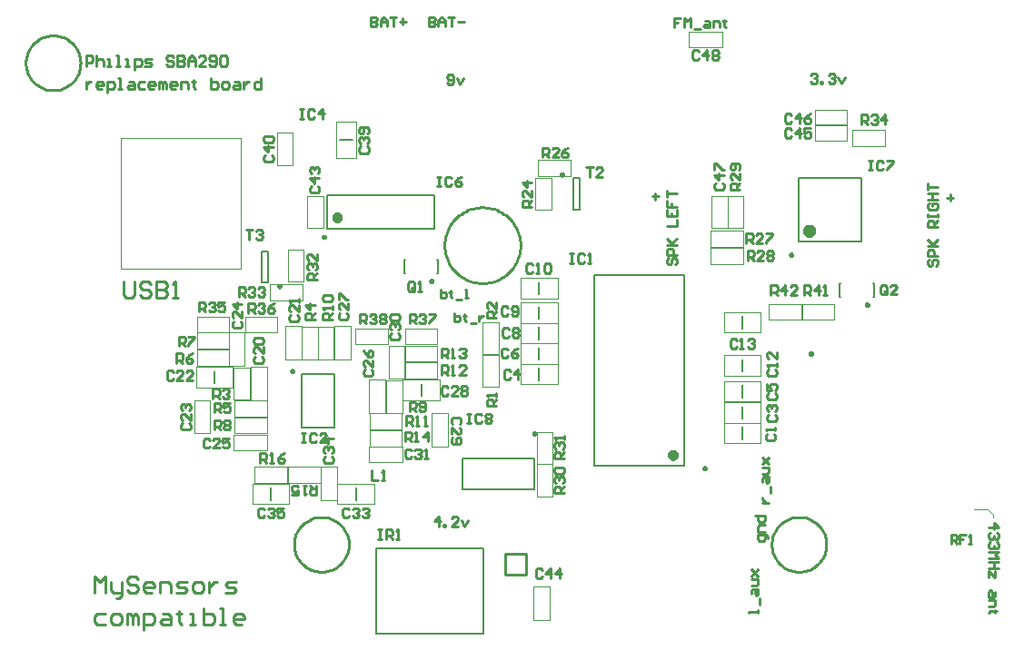
<source format=gto>
%FSTAX25Y25*%
%MOIN*%
%SFA1B1*%

%IPPOS*%
%ADD30C,0.010000*%
%ADD31C,0.019690*%
%ADD60C,0.009840*%
%ADD61C,0.023620*%
%ADD62C,0.003940*%
%ADD63C,0.007870*%
%ADD64C,0.005040*%
%LNmain_pcb-1*%
%LPD*%
G54D30*
X0367856Y0343307D02*
D01*
X0367822Y0344277*
X036772Y0345244*
X0367551Y03462*
X0367316Y0347143*
X0367016Y0348067*
X0366652Y0348968*
X0366226Y0349841*
X036574Y0350682*
X0365197Y0351488*
X0364599Y0352253*
X0363949Y0352975*
X036325Y035365*
X0362506Y0354275*
X036172Y0354846*
X0360896Y0355361*
X0360038Y0355817*
X0359151Y0356212*
X0358238Y0356544*
X0357304Y0356812*
X0356354Y0357014*
X0355391Y0357149*
X0354422Y0357217*
X0353451*
X0352482Y0357149*
X0351519Y0357014*
X0350569Y0356812*
X0349635Y0356544*
X0348722Y0356212*
X0347835Y0355817*
X0346977Y0355361*
X0346153Y0354846*
X0345367Y0354275*
X0344623Y035365*
X0343924Y0352975*
X0343274Y0352253*
X0342676Y0351488*
X0342133Y0350682*
X0341647Y0349841*
X0341221Y0348968*
X0340857Y0348067*
X0340557Y0347143*
X0340322Y03462*
X0340153Y0345244*
X0340051Y0344277*
X0340018Y0343307*
X0340051Y0342336*
X0340153Y0341369*
X0340322Y0340413*
X0340557Y033947*
X0340857Y0338546*
X0341221Y0337645*
X0341647Y0336772*
X0342133Y0335931*
X0342676Y0335125*
X0343274Y033436*
X0343924Y0333638*
X0344623Y0332963*
X0345367Y0332338*
X0346153Y0331767*
X0346977Y0331252*
X0347835Y0330796*
X0348722Y0330401*
X0349635Y0330069*
X0350569Y0329801*
X0351519Y0329599*
X0352482Y0329464*
X0353451Y0329396*
X0354422*
X0355391Y0329464*
X0356354Y0329599*
X0357304Y0329801*
X0358238Y0330069*
X0359151Y0330401*
X0360038Y0330796*
X0360896Y0331252*
X036172Y0331767*
X0362506Y0332338*
X036325Y0332963*
X0363949Y0333638*
X0364599Y033436*
X0365197Y0335125*
X036574Y0335931*
X0366226Y0336772*
X0366652Y0337645*
X0367016Y0338546*
X0367316Y033947*
X0367551Y0340413*
X036772Y0341369*
X0367822Y0342336*
X0367856Y0343307*
X0206494Y0410236D02*
D01*
X0206469Y0410936*
X0206396Y0411632*
X0206274Y0412322*
X0206105Y0413002*
X0205888Y0413668*
X0205626Y0414318*
X0205319Y0414948*
X0204968Y0415554*
X0204577Y0416135*
X0204145Y0416687*
X0203677Y0417208*
X0203173Y0417694*
X0202636Y0418145*
X0202069Y0418557*
X0201475Y0418928*
X0200856Y0419257*
X0200216Y0419542*
X0199558Y0419781*
X0198885Y0419974*
X0198199Y042012*
X0197506Y0420218*
X0196807Y0420266*
X0196106*
X0195407Y0420218*
X0194714Y042012*
X0194028Y0419974*
X0193355Y0419781*
X0192697Y0419542*
X0192057Y0419257*
X0191438Y0418928*
X0190844Y0418557*
X0190277Y0418145*
X018974Y0417694*
X0189236Y0417208*
X0188768Y0416687*
X0188336Y0416135*
X0187945Y0415554*
X0187594Y0414948*
X0187287Y0414318*
X0187025Y0413668*
X0186808Y0413002*
X0186639Y0412322*
X0186517Y0411632*
X0186444Y0410936*
X018642Y0410236*
X0186444Y0409535*
X0186517Y0408839*
X0186639Y0408149*
X0186808Y0407469*
X0187025Y0406803*
X0187287Y0406153*
X0187594Y0405523*
X0187945Y0404917*
X0188336Y0404336*
X0188768Y0403784*
X0189236Y0403263*
X018974Y0402777*
X0190277Y0402326*
X0190844Y0401914*
X0191438Y0401543*
X0192057Y0401214*
X0192697Y0400929*
X0193355Y040069*
X0194028Y0400497*
X0194714Y0400351*
X0195407Y0400253*
X0196106Y0400205*
X0196807*
X0197506Y0400253*
X0198199Y0400351*
X0198885Y0400497*
X0199558Y040069*
X0200216Y0400929*
X0200856Y0401214*
X0201475Y0401543*
X0202069Y0401914*
X0202636Y0402326*
X0203173Y0402777*
X0203677Y0403263*
X0204145Y0403784*
X0204577Y0404336*
X0204968Y0404917*
X0205319Y0405523*
X0205626Y0406153*
X0205888Y0406803*
X0206105Y0407469*
X0206274Y0408149*
X0206396Y0408839*
X0206469Y0409535*
X0206494Y0410236*
X0480116Y0233465D02*
D01*
X0480091Y0234165*
X0480018Y0234861*
X0479896Y0235551*
X0479727Y0236231*
X047951Y0236897*
X0479248Y0237547*
X0478941Y0238177*
X047859Y0238783*
X0478199Y0239364*
X0477767Y0239916*
X0477299Y0240437*
X0476795Y0240923*
X0476258Y0241374*
X0475691Y0241786*
X0475097Y0242157*
X0474478Y0242486*
X0473838Y0242771*
X047318Y024301*
X0472507Y0243203*
X0471821Y0243349*
X0471128Y0243447*
X0470429Y0243495*
X0469728*
X0469029Y0243447*
X0468336Y0243349*
X046765Y0243203*
X0466977Y024301*
X0466319Y0242771*
X0465679Y0242486*
X046506Y0242157*
X0464466Y0241786*
X0463899Y0241374*
X0463362Y0240923*
X0462858Y0240437*
X046239Y0239916*
X0461958Y0239364*
X0461567Y0238783*
X0461216Y0238177*
X0460909Y0237547*
X0460647Y0236897*
X046043Y0236231*
X0460261Y0235551*
X0460139Y0234861*
X0460066Y0234165*
X0460042Y0233465*
X0460066Y0232764*
X0460139Y0232068*
X0460261Y0231378*
X046043Y0230698*
X0460647Y0230032*
X0460909Y0229382*
X0461216Y0228752*
X0461567Y0228146*
X0461958Y0227565*
X046239Y0227013*
X0462858Y0226492*
X0463362Y0226006*
X0463899Y0225555*
X0464466Y0225143*
X046506Y0224772*
X0465679Y0224443*
X0466319Y0224158*
X0466977Y0223919*
X046765Y0223726*
X0468336Y022358*
X0469029Y0223482*
X0469728Y0223434*
X0470429*
X0471128Y0223482*
X0471821Y022358*
X0472507Y0223726*
X047318Y0223919*
X0473838Y0224158*
X0474478Y0224443*
X0475097Y0224772*
X0475691Y0225143*
X0476258Y0225555*
X0476795Y0226006*
X0477299Y0226492*
X0477767Y0227013*
X0478199Y0227565*
X047859Y0228146*
X0478941Y0228752*
X0479248Y0229382*
X047951Y0230032*
X0479727Y0230698*
X0479896Y0231378*
X0480018Y0232068*
X0480091Y0232764*
X0480116Y0233465*
X0304919D02*
D01*
X0304894Y0234165*
X0304821Y0234861*
X0304699Y0235551*
X030453Y0236231*
X0304313Y0236897*
X0304051Y0237547*
X0303744Y0238177*
X0303393Y0238783*
X0303002Y0239364*
X030257Y0239916*
X0302102Y0240437*
X0301598Y0240923*
X0301061Y0241374*
X0300494Y0241786*
X02999Y0242157*
X0299281Y0242486*
X0298641Y0242771*
X0297983Y024301*
X029731Y0243203*
X0296624Y0243349*
X0295931Y0243447*
X0295232Y0243495*
X0294531*
X0293832Y0243447*
X0293139Y0243349*
X0292453Y0243203*
X029178Y024301*
X0291122Y0242771*
X0290482Y0242486*
X0289863Y0242157*
X0289269Y0241786*
X0288702Y0241374*
X0288165Y0240923*
X0287661Y0240437*
X0287193Y0239916*
X0286761Y0239364*
X028637Y0238783*
X0286019Y0238177*
X0285712Y0237547*
X028545Y0236897*
X0285233Y0236231*
X0285064Y0235551*
X0284942Y0234861*
X0284869Y0234165*
X0284845Y0233465*
X0284869Y0232764*
X0284942Y0232068*
X0285064Y0231378*
X0285233Y0230698*
X028545Y0230032*
X0285712Y0229382*
X0286019Y0228752*
X028637Y0228146*
X0286761Y0227565*
X0287193Y0227013*
X0287661Y0226492*
X0288165Y0226006*
X0288702Y0225555*
X0289269Y0225143*
X0289863Y0224772*
X0290482Y0224443*
X0291122Y0224158*
X029178Y0223919*
X0292453Y0223726*
X0293139Y022358*
X0293832Y0223482*
X0294531Y0223434*
X0295232*
X0295931Y0223482*
X0296624Y022358*
X029731Y0223726*
X0297983Y0223919*
X0298641Y0224158*
X0299281Y0224443*
X02999Y0224772*
X0300494Y0225143*
X0301061Y0225555*
X0301598Y0226006*
X0302102Y0226492*
X030257Y0227013*
X0303002Y0227565*
X0303393Y0228146*
X0303744Y0228752*
X0304051Y0229382*
X0304313Y0230032*
X030453Y0230698*
X0304699Y0231378*
X0304821Y0232068*
X0304894Y0232764*
X0304919Y0233465*
X0362205Y0222284D02*
Y0230157D01*
X0370079*
Y0222284D02*
Y0230157D01*
X0362205Y0222284D02*
X0370079D01*
X021163Y0215777D02*
Y0221776D01*
X0213629Y0219776*
X0215629Y0221776*
Y0215777*
X0217628Y0219776D02*
Y0216777D01*
X0218628Y0215777*
X0221627*
Y0214778*
X0220627Y0213778*
X0219627*
X0221627Y0215777D02*
Y0219776D01*
X0227625Y0220776D02*
X0226625Y0221776D01*
X0224626*
X0223626Y0220776*
Y0219776*
X0224626Y0218776*
X0226625*
X0227625Y0217777*
Y0216777*
X0226625Y0215777*
X0224626*
X0223626Y0216777*
X0232623Y0215777D02*
X0230624D01*
X0229624Y0216777*
Y0218776*
X0230624Y0219776*
X0232623*
X0233623Y0218776*
Y0217777*
X0229624*
X0235622Y0215777D02*
Y0219776D01*
X0238621*
X0239621Y0218776*
Y0215777*
X024162D02*
X0244619D01*
X0245619Y0216777*
X0244619Y0217777*
X024262*
X024162Y0218776*
X024262Y0219776*
X0245619*
X0248618Y0215777D02*
X0250617D01*
X0251617Y0216777*
Y0218776*
X0250617Y0219776*
X0248618*
X0247618Y0218776*
Y0216777*
X0248618Y0215777*
X0253616Y0219776D02*
Y0215777D01*
Y0217777*
X0254616Y0218776*
X0255616Y0219776*
X0256615*
X0259614Y0215777D02*
X0262613D01*
X0263613Y0216777*
X0262613Y0217777*
X0260614*
X0259614Y0218776*
X0260614Y0219776*
X0263613*
X0215629Y0208179D02*
X021263D01*
X021163Y0207179*
Y020518*
X021263Y020418*
X0215629*
X0218628D02*
X0220627D01*
X0221627Y020518*
Y0207179*
X0220627Y0208179*
X0218628*
X0217628Y0207179*
Y020518*
X0218628Y020418*
X0223626D02*
Y0208179D01*
X0224626*
X0225625Y0207179*
Y020418*
Y0207179*
X0226625Y0208179*
X0227625Y0207179*
Y020418*
X0229624Y0202181D02*
Y0208179D01*
X0232623*
X0233623Y0207179*
Y020518*
X0232623Y020418*
X0229624*
X0236622Y0208179D02*
X0238621D01*
X0239621Y0207179*
Y020418*
X0236622*
X0235622Y020518*
X0236622Y020618*
X0239621*
X024262Y0209179D02*
Y0208179D01*
X024162*
X024362*
X024262*
Y020518*
X024362Y020418*
X0246619D02*
X0248618D01*
X0247618*
Y0208179*
X0246619*
X0251617Y0210178D02*
Y020418D01*
X0254616*
X0255616Y020518*
Y020618*
Y0207179*
X0254616Y0208179*
X0251617*
X0257615Y020418D02*
X0259614D01*
X0258615*
Y0210178*
X0257615*
X0265612Y020418D02*
X0263613D01*
X0262613Y020518*
Y0207179*
X0263613Y0208179*
X0265612*
X0266612Y0207179*
Y020618*
X0262613*
X020848Y0409172D02*
Y0413108D01*
X0210448*
X0211104Y0412452*
Y041114*
X0210448Y0410484*
X020848*
X0212416Y0413108D02*
Y0409172D01*
Y041114*
X0213072Y0411796*
X0214384*
X021504Y041114*
Y0409172*
X0216352D02*
X0217664D01*
X0217008*
Y0411796*
X0216352*
X0219632Y0409172D02*
X0220943D01*
X0220287*
Y0413108*
X0219632*
X0222911Y0409172D02*
X0224223D01*
X0223567*
Y0411796*
X0222911*
X0226191Y040786D02*
Y0411796D01*
X0228159*
X0228815Y041114*
Y0409828*
X0228159Y0409172*
X0226191*
X0230127D02*
X0232095D01*
X0232751Y0409828*
X0232095Y0410484*
X0230783*
X0230127Y041114*
X0230783Y0411796*
X0232751*
X0240622Y0412452D02*
X0239966Y0413108D01*
X0238654*
X0237998Y0412452*
Y0411796*
X0238654Y041114*
X0239966*
X0240622Y0410484*
Y0409828*
X0239966Y0409172*
X0238654*
X0237998Y0409828*
X0241934Y0413108D02*
Y0409172D01*
X0243902*
X0244558Y0409828*
Y0410484*
X0243902Y041114*
X0241934*
X0243902*
X0244558Y0411796*
Y0412452*
X0243902Y0413108*
X0241934*
X024587Y0409172D02*
Y0411796D01*
X0247182Y0413108*
X0248494Y0411796*
Y0409172*
Y041114*
X024587*
X0252429Y0409172D02*
X0249806D01*
X0252429Y0411796*
Y0412452*
X0251773Y0413108*
X0250462*
X0249806Y0412452*
X0253741Y0409828D02*
X0254397Y0409172D01*
X0255709*
X0256365Y0409828*
Y0412452*
X0255709Y0413108*
X0254397*
X0253741Y0412452*
Y0411796*
X0254397Y041114*
X0256365*
X0257677Y0412452D02*
X0258333Y0413108D01*
X0259645*
X0260301Y0412452*
Y0409828*
X0259645Y0409172*
X0258333*
X0257677Y0409828*
Y0412452*
X020848Y0403361D02*
Y0400737D01*
Y0402049*
X0209136Y0402705*
X0209792Y0403361*
X0210448*
X0214384Y0400737D02*
X0213072D01*
X0212416Y0401393*
Y0402705*
X0213072Y0403361*
X0214384*
X021504Y0402705*
Y0402049*
X0212416*
X0216352Y0399425D02*
Y0403361D01*
X021832*
X0218976Y0402705*
Y0401393*
X021832Y0400737*
X0216352*
X0220287D02*
X0221599D01*
X0220943*
Y0404673*
X0220287*
X0224223Y0403361D02*
X0225535D01*
X0226191Y0402705*
Y0400737*
X0224223*
X0223567Y0401393*
X0224223Y0402049*
X0226191*
X0230127Y0403361D02*
X0228159D01*
X0227503Y0402705*
Y0401393*
X0228159Y0400737*
X0230127*
X0233407D02*
X0232095D01*
X0231439Y0401393*
Y0402705*
X0232095Y0403361*
X0233407*
X0234063Y0402705*
Y0402049*
X0231439*
X0235374Y0400737D02*
Y0403361D01*
X0236031*
X0236686Y0402705*
Y0400737*
Y0402705*
X0237342Y0403361*
X0237998Y0402705*
Y0400737*
X0241278D02*
X0239966D01*
X023931Y0401393*
Y0402705*
X0239966Y0403361*
X0241278*
X0241934Y0402705*
Y0402049*
X023931*
X0243246Y0400737D02*
Y0403361D01*
X0245214*
X024587Y0402705*
Y0400737*
X0247838Y0404017D02*
Y0403361D01*
X0247182*
X0248494*
X0247838*
Y0401393*
X0248494Y0400737*
X0254397Y0404673D02*
Y0400737D01*
X0256365*
X0257021Y0401393*
Y0402049*
Y0402705*
X0256365Y0403361*
X0254397*
X0258989Y0400737D02*
X0260301D01*
X0260957Y0401393*
Y0402705*
X0260301Y0403361*
X0258989*
X0258333Y0402705*
Y0401393*
X0258989Y0400737*
X0262925Y0403361D02*
X0264237D01*
X0264893Y0402705*
Y0400737*
X0262925*
X0262269Y0401393*
X0262925Y0402049*
X0264893*
X0266205Y0403361D02*
Y0400737D01*
Y0402049*
X026686Y0402705*
X0267516Y0403361*
X0268172*
X0272764Y0404673D02*
Y0400737D01*
X0270796*
X027014Y0401393*
Y0402705*
X0270796Y0403361*
X0272764*
X0343701Y0318503D02*
Y0315354D01*
X0345275*
X03458Y0315879*
Y0316404*
Y0316929*
X0345275Y0317453*
X0343701*
X0347374Y0317978D02*
Y0317453D01*
X0346849*
X0347899*
X0347374*
Y0315879*
X0347899Y0315354*
X0349473Y031483D02*
X0351572D01*
X0352622Y0317453D02*
Y0315354D01*
Y0316404*
X0353147Y0316929*
X0353671Y0317453*
X0354196*
X0338583Y0327164D02*
Y0324016D01*
X0340157*
X0340682Y032454*
Y0325065*
Y032559*
X0340157Y0326115*
X0338583*
X0342256Y032664D02*
Y0326115D01*
X0341731*
X0342781*
X0342256*
Y032454*
X0342781Y0324016*
X0344355Y0323491D02*
X0346454D01*
X0347504Y0324016D02*
X0348553D01*
X0348028*
Y0327164*
X0347504*
X0327165Y0314567D02*
Y0318109D01*
X0328936*
X0329527Y0317519*
Y0316338*
X0328936Y0315748*
X0327165*
X0328346D02*
X0329527Y0314567D01*
X0330708Y0317519D02*
X0331298Y0318109D01*
X0332479*
X0333069Y0317519*
Y0316928*
X0332479Y0316338*
X0331888*
X0332479*
X0333069Y0315748*
Y0315157*
X0332479Y0314567*
X0331298*
X0330708Y0315157*
X033425Y0318109D02*
X0336611D01*
Y0317519*
X033425Y0315157*
Y0314567*
X0492944Y0387738D02*
Y039128D01*
X0494715*
X0495305Y039069*
Y0389509*
X0494715Y0388918*
X0492944*
X0494125D02*
X0495305Y0387738D01*
X0496486Y039069D02*
X0497077Y039128D01*
X0498257*
X0498848Y039069*
Y0390099*
X0498257Y0389509*
X0497667*
X0498257*
X0498848Y0388918*
Y0388328*
X0498257Y0387738*
X0497077*
X0496486Y0388328*
X0501799Y0387738D02*
Y039128D01*
X0500028Y0389509*
X050239*
X0267281Y0349011D02*
X0269642D01*
X0268462*
Y0345469*
X0270823Y0348421D02*
X0271414Y0349011D01*
X0272594*
X0273185Y0348421*
Y0347831*
X0272594Y034724*
X0272004*
X0272594*
X0273185Y034665*
Y034606*
X0272594Y0345469*
X0271414*
X0270823Y034606*
X0264567Y032441D02*
Y0327952D01*
X0266338*
X0266928Y0327361*
Y0326181*
X0266338Y032559*
X0264567*
X0265748D02*
X0266928Y032441D01*
X0268109Y0327361D02*
X0268699Y0327952D01*
X026988*
X027047Y0327361*
Y0326771*
X026988Y0326181*
X026929*
X026988*
X027047Y032559*
Y0325*
X026988Y032441*
X0268699*
X0268109Y0325*
X0271651Y0327361D02*
X0272242Y0327952D01*
X0273422*
X0274013Y0327361*
Y0326771*
X0273422Y0326181*
X0272832*
X0273422*
X0274013Y032559*
Y0325*
X0273422Y032441*
X0272242*
X0271651Y0325*
X0293307Y0330709D02*
X0289765D01*
Y033248*
X0290355Y033307*
X0291536*
X0292126Y033248*
Y0330709*
Y0331889D02*
X0293307Y033307D01*
X0290355Y0334251D02*
X0289765Y0334841D01*
Y0336022*
X0290355Y0336612*
X0290946*
X0291536Y0336022*
Y0335432*
Y0336022*
X0292126Y0336612*
X0292717*
X0293307Y0336022*
Y0334841*
X0292717Y0334251*
X0293307Y0340154D02*
Y0337793D01*
X0290946Y0340154*
X0290355*
X0289765Y0339564*
Y0338383*
X0290355Y0337793*
X0525984Y0233858D02*
Y0237007D01*
X0527559*
X0528083Y0236482*
Y0235433*
X0527559Y0234908*
X0525984*
X0527034D02*
X0528083Y0233858D01*
X0531232Y0237007D02*
X0529133D01*
Y0235433*
X0530182*
X0529133*
Y0233858*
X0532281D02*
X0533331D01*
X0532806*
Y0237007*
X0532281Y0236482*
X0383858Y0264961D02*
X0380316D01*
Y0266732*
X0380907Y0267322*
X0382087*
X0382678Y0266732*
Y0264961*
Y0266141D02*
X0383858Y0267322D01*
X0380907Y0268503D02*
X0380316Y0269093D01*
Y0270274*
X0380907Y0270864*
X0381497*
X0382087Y0270274*
Y0269684*
Y0270274*
X0382678Y0270864*
X0383268*
X0383858Y0270274*
Y0269093*
X0383268Y0268503*
X0383858Y0272045D02*
Y0273226D01*
Y0272635*
X0380316*
X0380907Y0272045*
X0383858Y0252362D02*
X0380316D01*
Y0254133*
X0380907Y0254724*
X0382087*
X0382678Y0254133*
Y0252362*
Y0253543D02*
X0383858Y0254724D01*
X0380907Y0255904D02*
X0380316Y0256495D01*
Y0257675*
X0380907Y0258266*
X0381497*
X0382087Y0257675*
Y0257085*
Y0257675*
X0382678Y0258266*
X0383268*
X0383858Y0257675*
Y0256495*
X0383268Y0255904*
X0380907Y0259447D02*
X0380316Y0260037D01*
Y0261218*
X0380907Y0261808*
X0383268*
X0383858Y0261218*
Y0260037*
X0383268Y0259447*
X0380907*
X0348425Y0281495D02*
X0349606D01*
X0349016*
Y0277953*
X0348425*
X0349606*
X0353738Y0280905D02*
X0353148Y0281495D01*
X0351967*
X0351377Y0280905*
Y0278543*
X0351967Y0277953*
X0353148*
X0353738Y0278543*
X0354919Y0280905D02*
X0355509Y0281495D01*
X035669*
X0357281Y0280905*
Y0280314*
X035669Y0279724*
X0357281Y0279134*
Y0278543*
X035669Y0277953*
X0355509*
X0354919Y0278543*
Y0279134*
X0355509Y0279724*
X0354919Y0280314*
Y0280905*
X0355509Y0279724D02*
X035669D01*
X0222441Y0330014D02*
Y0325015D01*
X0223441Y0324016*
X022544*
X022644Y0325015*
Y0330014*
X0232438Y0329014D02*
X0231438Y0330014D01*
X0229439*
X0228439Y0329014*
Y0328014*
X0229439Y0327015*
X0231438*
X0232438Y0326015*
Y0325015*
X0231438Y0324016*
X0229439*
X0228439Y0325015*
X0234437Y0330014D02*
Y0324016D01*
X0237436*
X0238436Y0325015*
Y0326015*
X0237436Y0327015*
X0234437*
X0237436*
X0238436Y0328014*
Y0329014*
X0237436Y0330014*
X0234437*
X0240435Y0324016D02*
X0242435D01*
X0241435*
Y0330014*
X0240435Y0329014*
X0502361Y0325787D02*
Y0328149D01*
X0501771Y0328739*
X050059*
X05Y0328149*
Y0325787*
X050059Y0325197*
X0501771*
X0501181Y0326378D02*
X0502361Y0325197D01*
X0501771D02*
X0502361Y0325787D01*
X0505904Y0325197D02*
X0503542D01*
X0505904Y0327558*
Y0328149*
X0505313Y0328739*
X0504133*
X0503542Y0328149*
X0392126Y0372046D02*
X0394487D01*
X0393307*
Y0368504*
X039803D02*
X0395668D01*
X039803Y0370865*
Y0371456*
X0397439Y0372046*
X0396258*
X0395668Y0371456*
X0448425Y0363779D02*
X0444883D01*
Y0365551*
X0445473Y0366141*
X0446654*
X0447245Y0365551*
Y0363779*
Y036496D02*
X0448425Y0366141D01*
Y0369683D02*
Y0367322D01*
X0446064Y0369683*
X0445473*
X0444883Y0369093*
Y0367912*
X0445473Y0367322*
X0447835Y0370864D02*
X0448425Y0371454D01*
Y0372635*
X0447835Y0373225*
X0445473*
X0444883Y0372635*
Y0371454*
X0445473Y0370864*
X0446064*
X0446654Y0371454*
Y0373225*
X0451181Y0337795D02*
Y0341337D01*
X0452952*
X0453543Y0340747*
Y0339566*
X0452952Y0338976*
X0451181*
X0452362D02*
X0453543Y0337795D01*
X0457085D02*
X0454723D01*
X0457085Y0340157*
Y0340747*
X0456494Y0341337*
X0455314*
X0454723Y0340747*
X0458265D02*
X0458856Y0341337D01*
X0460037*
X0460627Y0340747*
Y0340157*
X0460037Y0339566*
X0460627Y0338976*
Y0338386*
X0460037Y0337795*
X0458856*
X0458265Y0338386*
Y0338976*
X0458856Y0339566*
X0458265Y0340157*
Y0340747*
X0458856Y0339566D02*
X0460037D01*
X0450787Y0344094D02*
Y0347637D01*
X0452559*
X0453149Y0347046*
Y0345866*
X0452559Y0345275*
X0450787*
X0451968D02*
X0453149Y0344094D01*
X0456691D02*
X045433D01*
X0456691Y0346456*
Y0347046*
X0456101Y0347637*
X045492*
X045433Y0347046*
X0457872Y0347637D02*
X0460233D01*
Y0347046*
X0457872Y0344685*
Y0344094*
X0375984Y037559D02*
Y0379133D01*
X0377755*
X0378346Y0378542*
Y0377362*
X0377755Y0376771*
X0375984*
X0377165D02*
X0378346Y037559D01*
X0381888D02*
X0379526D01*
X0381888Y0377952*
Y0378542*
X0381297Y0379133*
X0380117*
X0379526Y0378542*
X038543Y0379133D02*
X0384249Y0378542D01*
X0383069Y0377362*
Y0376181*
X0383659Y037559*
X038484*
X038543Y0376181*
Y0376771*
X038484Y0377362*
X0383069*
X0372047Y035748D02*
X0368505D01*
Y0359251*
X0369095Y0359842*
X0370276*
X0370866Y0359251*
Y035748*
Y0358661D02*
X0372047Y0359842D01*
Y0363384D02*
Y0361022D01*
X0369686Y0363384*
X0369095*
X0368505Y0362794*
Y0361613*
X0369095Y0361022*
X0372047Y0366336D02*
X0368505D01*
X0370276Y0364565*
Y0366926*
X0272441Y0263386D02*
Y0266928D01*
X0274212*
X0274802Y0266338*
Y0265157*
X0274212Y0264567*
X0272441*
X0273622D02*
X0274802Y0263386D01*
X0275983D02*
X0277164D01*
X0276573*
Y0266928*
X0275983Y0266338*
X0281296Y0266928D02*
X0280116Y0266338D01*
X0278935Y0265157*
Y0263976*
X0279525Y0263386*
X0280706*
X0281296Y0263976*
Y0264567*
X0280706Y0265157*
X0278935*
X0292913Y0255118D02*
Y0251576D01*
X0291142*
X0290552Y0252166*
Y0253347*
X0291142Y0253937*
X0292913*
X0291733D02*
X0290552Y0255118D01*
X0289371D02*
X0288191D01*
X0288781*
Y0251576*
X0289371Y0252166*
X0284058Y0251576D02*
X0286419D01*
Y0253347*
X0285239Y0252757*
X0284648*
X0284058Y0253347*
Y0254528*
X0284648Y0255118*
X0285829*
X0286419Y0254528*
X032559Y027126D02*
Y0274802D01*
X0327362*
X0327952Y0274212*
Y0273031*
X0327362Y0272441*
X032559*
X0326771D02*
X0327952Y027126D01*
X0329133D02*
X0330313D01*
X0329723*
Y0274802*
X0329133Y0274212*
X0333856Y027126D02*
Y0274802D01*
X0332084Y0273031*
X0334446*
X0338976Y0301969D02*
Y0305511D01*
X0340747*
X0341338Y030492*
Y030374*
X0340747Y0303149*
X0338976*
X0340157D02*
X0341338Y0301969D01*
X0342518D02*
X0343699D01*
X0343109*
Y0305511*
X0342518Y030492*
X034547D02*
X0346061Y0305511D01*
X0347241*
X0347832Y030492*
Y030433*
X0347241Y030374*
X0346651*
X0347241*
X0347832Y0303149*
Y0302559*
X0347241Y0301969*
X0346061*
X034547Y0302559*
X0338976Y0295669D02*
Y0299212D01*
X0340747*
X0341338Y0298621*
Y029744*
X0340747Y029685*
X0338976*
X0340157D02*
X0341338Y0295669D01*
X0342518D02*
X0343699D01*
X0343109*
Y0299212*
X0342518Y0298621*
X0347832Y0295669D02*
X034547D01*
X0347832Y0298031*
Y0298621*
X0347241Y0299212*
X0346061*
X034547Y0298621*
X0325984Y0277165D02*
Y0280708D01*
X0327755*
X0328346Y0280117*
Y0278936*
X0327755Y0278346*
X0325984*
X0327165D02*
X0328346Y0277165D01*
X0329526D02*
X0330707D01*
X0330117*
Y0280708*
X0329526Y0280117*
X0332478Y0277165D02*
X0333659D01*
X0333069*
Y0280708*
X0332478Y0280117*
X0298819Y0316142D02*
X0295277D01*
Y0317913*
X0295867Y0318503*
X0297048*
X0297638Y0317913*
Y0316142*
Y0317322D02*
X0298819Y0318503D01*
Y0319684D02*
Y0320865D01*
Y0320274*
X0295277*
X0295867Y0319684*
Y0322636D02*
X0295277Y0323226D01*
Y0324407*
X0295867Y0324997*
X0298229*
X0298819Y0324407*
Y0323226*
X0298229Y0322636*
X0295867*
X0327165Y0282283D02*
Y0285826D01*
X0328936*
X0329527Y0285235*
Y0284054*
X0328936Y0283464*
X0327165*
X0328346D02*
X0329527Y0282283D01*
X0330708Y0282874D02*
X0331298Y0282283D01*
X0332479*
X0333069Y0282874*
Y0285235*
X0332479Y0285826*
X0331298*
X0330708Y0285235*
Y0284645*
X0331298Y0284054*
X0333069*
X0255512Y027559D02*
Y0279133D01*
X0257283*
X0257873Y0278542*
Y0277362*
X0257283Y0276771*
X0255512*
X0256693D02*
X0257873Y027559D01*
X0259054Y0278542D02*
X0259644Y0279133D01*
X0260825*
X0261415Y0278542*
Y0277952*
X0260825Y0277362*
X0261415Y0276771*
Y0276181*
X0260825Y027559*
X0259644*
X0259054Y0276181*
Y0276771*
X0259644Y0277362*
X0259054Y0277952*
Y0278542*
X0259644Y0277362D02*
X0260825D01*
X024252Y0306299D02*
Y0309841D01*
X0244291*
X0244881Y0309251*
Y030807*
X0244291Y030748*
X024252*
X02437D02*
X0244881Y0306299D01*
X0246062Y0309841D02*
X0248423D01*
Y0309251*
X0246062Y030689*
Y0306299*
X0241732Y03D02*
Y0303542D01*
X0243503*
X0244094Y0302952*
Y0301771*
X0243503Y0301181*
X0241732*
X0242913D02*
X0244094Y03D01*
X0247636Y0303542D02*
X0246455Y0302952D01*
X0245274Y0301771*
Y030059*
X0245865Y03*
X0247045*
X0247636Y030059*
Y0301181*
X0247045Y0301771*
X0245274*
X0255512Y028189D02*
Y0285432D01*
X0257283*
X0257873Y0284842*
Y0283661*
X0257283Y028307*
X0255512*
X0256693D02*
X0257873Y028189D01*
X0261415Y0285432D02*
X0259054D01*
Y0283661*
X0260235Y0284251*
X0260825*
X0261415Y0283661*
Y028248*
X0260825Y028189*
X0259644*
X0259054Y028248*
X029252Y0316142D02*
X0288978D01*
Y0317913*
X0289568Y0318503*
X0290749*
X0291339Y0317913*
Y0316142*
Y0317322D02*
X029252Y0318503D01*
Y0321455D02*
X0288978D01*
X0290749Y0319684*
Y0322045*
X0255118Y0287008D02*
Y029055D01*
X0256889*
X025748Y028996*
Y0288779*
X0256889Y0288189*
X0255118*
X0256299D02*
X025748Y0287008D01*
X025866Y028996D02*
X0259251Y029055D01*
X0260431*
X0261022Y028996*
Y0289369*
X0260431Y0288779*
X0259841*
X0260431*
X0261022Y0288189*
Y0287598*
X0260431Y0287008*
X0259251*
X025866Y0287598*
X0359055Y0316535D02*
X0355513D01*
Y0318306*
X0356103Y0318897*
X0357284*
X0357874Y0318306*
Y0316535*
Y0317716D02*
X0359055Y0318897D01*
Y0322439D02*
Y0320078D01*
X0356694Y0322439*
X0356103*
X0355513Y0321849*
Y0320668*
X0356103Y0320078*
X0359055Y0284252D02*
X0355513D01*
Y0286023*
X0356103Y0286613*
X0357284*
X0357874Y0286023*
Y0284252*
Y0285433D02*
X0359055Y0286613D01*
Y0287794D02*
Y0288975D01*
Y0288385*
X0355513*
X0356103Y0287794*
X0329133Y0326968D02*
Y032933D01*
X0328543Y032992*
X0327362*
X0326772Y032933*
Y0326968*
X0327362Y0326378*
X0328543*
X0327952Y0327559D02*
X0329133Y0326378D01*
X0328543D02*
X0329133Y0326968D01*
X0330314Y0326378D02*
X0331494D01*
X0330904*
Y032992*
X0330314Y032933*
X0313386Y0260629D02*
Y0257087D01*
X0315747*
X0316928D02*
X0318109D01*
X0317518*
Y0260629*
X0316928Y0260038*
X0315726Y0238942D02*
X0316907D01*
X0316316*
Y02354*
X0315726*
X0316907*
X0318678D02*
Y0238942D01*
X0320449*
X0321039Y0238352*
Y0237171*
X0320449Y0236581*
X0318678*
X0319859D02*
X0321039Y02354D01*
X032222D02*
X0323401D01*
X032281*
Y0238942*
X032222Y0238352*
X0495669Y0374408D02*
X049685D01*
X049626*
Y0370866*
X0495669*
X049685*
X0500983Y0373818D02*
X0500392Y0374408D01*
X0499211*
X0498621Y0373818*
Y0371457*
X0499211Y0370866*
X0500392*
X0500983Y0371457*
X0502163Y0374408D02*
X0504525D01*
Y0373818*
X0502163Y0371457*
Y0370866*
X0337402Y0368503D02*
X0338582D01*
X0337992*
Y0364961*
X0337402*
X0338582*
X0342715Y0367912D02*
X0342124Y0368503D01*
X0340944*
X0340353Y0367912*
Y0365551*
X0340944Y0364961*
X0342124*
X0342715Y0365551*
X0346257Y0368503D02*
X0345076Y0367912D01*
X0343896Y0366732*
Y0365551*
X0344486Y0364961*
X0345667*
X0346257Y0365551*
Y0366141*
X0345667Y0366732*
X0343896*
X0287008Y0393306D02*
X0288189D01*
X0287598*
Y0389764*
X0287008*
X0288189*
X0292321Y0392716D02*
X0291731Y0393306D01*
X029055*
X028996Y0392716*
Y0390354*
X029055Y0389764*
X0291731*
X0292321Y0390354*
X0295273Y0389764D02*
Y0393306D01*
X0293502Y0391535*
X0295863*
X0287795Y0274408D02*
X0288976D01*
X0288386*
Y0270866*
X0287795*
X0288976*
X0293109Y0273818D02*
X0292518Y0274408D01*
X0291337*
X0290747Y0273818*
Y0271457*
X0291337Y0270866*
X0292518*
X0293109Y0271457*
X0296651Y0270866D02*
X0294289D01*
X0296651Y0273228*
Y0273818*
X029606Y0274408*
X029488*
X0294289Y0273818*
X03861Y0340274D02*
X0387281D01*
X038669*
Y0336732*
X03861*
X0387281*
X0391413Y0339683D02*
X0390823Y0340274D01*
X0389642*
X0389052Y0339683*
Y0337322*
X0389642Y0336732*
X0390823*
X0391413Y0337322*
X0392594Y0336732D02*
X0393775D01*
X0393184*
Y0340274*
X0392594Y0339683*
X0439568Y0366141D02*
X0438977Y0365551D01*
Y036437*
X0439568Y0363779*
X0441929*
X044252Y036437*
Y0365551*
X0441929Y0366141*
X044252Y0369093D02*
X0438977D01*
X0440749Y0367322*
Y0369683*
X0438977Y0370864D02*
Y0373225D01*
X0439568*
X0441929Y0370864*
X044252*
X0467322Y0391141D02*
X0466732Y0391731D01*
X0465551*
X0464961Y0391141*
Y0388779*
X0465551Y0388189*
X0466732*
X0467322Y0388779*
X0470274Y0388189D02*
Y0391731D01*
X0468503Y038996*
X0470864*
X0474406Y0391731D02*
X0473226Y0391141D01*
X0472045Y038996*
Y0388779*
X0472635Y0388189*
X0473816*
X0474406Y0388779*
Y038937*
X0473816Y038996*
X0472045*
X0467322Y0385629D02*
X0466732Y0386219D01*
X0465551*
X0464961Y0385629*
Y0383267*
X0465551Y0382677*
X0466732*
X0467322Y0383267*
X0470274Y0382677D02*
Y0386219D01*
X0468503Y0384448*
X0470864*
X0474406Y0386219D02*
X0472045D01*
Y0384448*
X0473226Y0385039*
X0473816*
X0474406Y0384448*
Y0383267*
X0473816Y0382677*
X0472635*
X0472045Y0383267*
X0375906Y0223939D02*
X0375316Y022453D01*
X0374135*
X0373545Y0223939*
Y0221578*
X0374135Y0220987*
X0375316*
X0375906Y0221578*
X0378858Y0220987D02*
Y022453D01*
X0377087Y0222759*
X0379449*
X03824Y0220987D02*
Y022453D01*
X0380629Y0222759*
X0382991*
X0291143Y036496D02*
X0290552Y036437D01*
Y0363189*
X0291143Y0362598*
X0293504*
X0294094Y0363189*
Y036437*
X0293504Y036496*
X0294094Y0367912D02*
X0290552D01*
X0292323Y0366141*
Y0368502*
X0291143Y0369683D02*
X0290552Y0370273D01*
Y0371454*
X0291143Y0372044*
X0291733*
X0292323Y0371454*
Y0370864*
Y0371454*
X0292914Y0372044*
X0293504*
X0294094Y0371454*
Y0370273*
X0293504Y0369683*
X0274214Y0376377D02*
X0273623Y0375787D01*
Y0374606*
X0274214Y0374016*
X0276575*
X0277165Y0374606*
Y0375787*
X0276575Y0376377*
X0277165Y0379329D02*
X0273623D01*
X0275394Y0377558*
Y0379919*
X0274214Y03811D02*
X0273623Y038169D01*
Y0382871*
X0274214Y0383461*
X0276575*
X0277165Y0382871*
Y038169*
X0276575Y03811*
X0274214*
X0309253Y0379527D02*
X0308663Y0378936D01*
Y0377756*
X0309253Y0377165*
X0311614*
X0312205Y0377756*
Y0378936*
X0311614Y0379527*
X0309253Y0380708D02*
X0308663Y0381298D01*
Y0382479*
X0309253Y0383069*
X0309843*
X0310434Y0382479*
Y0381888*
Y0382479*
X0311024Y0383069*
X0311614*
X0312205Y0382479*
Y0381298*
X0311614Y0380708*
Y038425D02*
X0312205Y038484D01*
Y0386021*
X0311614Y0386611*
X0309253*
X0308663Y0386021*
Y038484*
X0309253Y038425*
X0309843*
X0310434Y038484*
Y0386611*
X0274015Y0246259D02*
X0273425Y0246849D01*
X0272244*
X0271654Y0246259*
Y0243897*
X0272244Y0243307*
X0273425*
X0274015Y0243897*
X0275196Y0246259D02*
X0275786Y0246849D01*
X0276967*
X0277557Y0246259*
Y0245669*
X0276967Y0245078*
X0276376*
X0276967*
X0277557Y0244488*
Y0243897*
X0276967Y0243307*
X0275786*
X0275196Y0243897*
X0281099Y0246849D02*
X0278738D01*
Y0245078*
X0279919Y0245669*
X0280509*
X0281099Y0245078*
Y0243897*
X0280509Y0243307*
X0279328*
X0278738Y0243897*
X0296261Y0265747D02*
X029567Y0265157D01*
Y0263976*
X0296261Y0263386*
X0298622*
X0299213Y0263976*
Y0265157*
X0298622Y0265747*
X0296261Y0266928D02*
X029567Y0267518D01*
Y0268699*
X0296261Y0269289*
X0296851*
X0297442Y0268699*
Y0268109*
Y0268699*
X0298032Y0269289*
X0298622*
X0299213Y0268699*
Y0267518*
X0298622Y0266928*
X0299213Y0272241D02*
X029567D01*
X0297442Y027047*
Y0272832*
X0305117Y0246259D02*
X0304527Y0246849D01*
X0303346*
X0302756Y0246259*
Y0243897*
X0303346Y0243307*
X0304527*
X0305117Y0243897*
X0306298Y0246259D02*
X0306888Y0246849D01*
X0308069*
X030866Y0246259*
Y0245669*
X0308069Y0245078*
X0307479*
X0308069*
X030866Y0244488*
Y0243897*
X0308069Y0243307*
X0306888*
X0306298Y0243897*
X030984Y0246259D02*
X0310431Y0246849D01*
X0311611*
X0312202Y0246259*
Y0245669*
X0311611Y0245078*
X0311021*
X0311611*
X0312202Y0244488*
Y0243897*
X0311611Y0243307*
X0310431*
X030984Y0243897*
X0327952Y0267912D02*
X0327362Y0268503D01*
X0326181*
X032559Y0267912*
Y0265551*
X0326181Y0264961*
X0327362*
X0327952Y0265551*
X0329133Y0267912D02*
X0329723Y0268503D01*
X0330904*
X0331494Y0267912*
Y0267322*
X0330904Y0266732*
X0330313*
X0330904*
X0331494Y0266141*
Y0265551*
X0330904Y0264961*
X0329723*
X0329133Y0265551*
X0332675Y0264961D02*
X0333856D01*
X0333265*
Y0268503*
X0332675Y0267912*
X032067Y0311023D02*
X032008Y0310433D01*
Y0309252*
X032067Y0308661*
X0323032*
X0323622Y0309252*
Y0310433*
X0323032Y0311023*
X032067Y0312204D02*
X032008Y0312794D01*
Y0313975*
X032067Y0314565*
X0321261*
X0321851Y0313975*
Y0313384*
Y0313975*
X0322441Y0314565*
X0323032*
X0323622Y0313975*
Y0312794*
X0323032Y0312204*
X032067Y0315746D02*
X032008Y0316336D01*
Y0317517*
X032067Y0318107*
X0323032*
X0323622Y0317517*
Y0316336*
X0323032Y0315746*
X032067*
X0345472Y027756D02*
X0346062Y027815D01*
Y0279331*
X0345472Y0279921*
X034311*
X034252Y0279331*
Y027815*
X034311Y027756*
X034252Y0274018D02*
Y0276379D01*
X0344881Y0274018*
X0345472*
X0346062Y0274608*
Y0275789*
X0345472Y0276379*
X034311Y0272837D02*
X034252Y0272247D01*
Y0271066*
X034311Y0270476*
X0345472*
X0346062Y0271066*
Y0272247*
X0345472Y0272837*
X0344881*
X0344291Y0272247*
Y0270476*
X0341338Y0291141D02*
X0340747Y0291731D01*
X0339567*
X0338976Y0291141*
Y0288779*
X0339567Y0288189*
X0340747*
X0341338Y0288779*
X034488Y0288189D02*
X0342518D01*
X034488Y029055*
Y0291141*
X034429Y0291731*
X0343109*
X0342518Y0291141*
X0346061D02*
X0346651Y0291731D01*
X0347832*
X0348422Y0291141*
Y029055*
X0347832Y028996*
X0348422Y028937*
Y0288779*
X0347832Y0288189*
X0346651*
X0346061Y0288779*
Y028937*
X0346651Y028996*
X0346061Y029055*
Y0291141*
X0346651Y028996D02*
X0347832D01*
X0301773Y0318503D02*
X0301182Y0317913D01*
Y0316732*
X0301773Y0316142*
X0304134*
X0304724Y0316732*
Y0317913*
X0304134Y0318503*
X0304724Y0322045D02*
Y0319684D01*
X0302363Y0322045*
X0301773*
X0301182Y0321455*
Y0320274*
X0301773Y0319684*
X0301182Y0323226D02*
Y0325588D01*
X0301773*
X0304134Y0323226*
X0304724*
X0310828Y0297637D02*
X0310237Y0297047D01*
Y0295866*
X0310828Y0295276*
X0313189*
X0313779Y0295866*
Y0297047*
X0313189Y0297637*
X0313779Y0301179D02*
Y0298818D01*
X0311418Y0301179*
X0310828*
X0310237Y0300589*
Y0299408*
X0310828Y0298818*
X0310237Y0304721D02*
X0310828Y0303541D01*
X0312008Y030236*
X0313189*
X0313779Y030295*
Y0304131*
X0313189Y0304721*
X0312599*
X0312008Y0304131*
Y030236*
X0253936Y0271849D02*
X0253346Y027244D01*
X0252165*
X0251575Y0271849*
Y0269488*
X0252165Y0268898*
X0253346*
X0253936Y0269488*
X0257478Y0268898D02*
X0255117D01*
X0257478Y0271259*
Y0271849*
X0256888Y027244*
X0255707*
X0255117Y0271849*
X0261021Y027244D02*
X0258659D01*
Y0270669*
X025984Y0271259*
X026043*
X0261021Y0270669*
Y0269488*
X026043Y0268898*
X0259249*
X0258659Y0269488*
X0262796Y0315354D02*
X0262206Y0314763D01*
Y0313582*
X0262796Y0312992*
X0265158*
X0265748Y0313582*
Y0314763*
X0265158Y0315354*
X0265748Y0318896D02*
Y0316534D01*
X0263387Y0318896*
X0262796*
X0262206Y0318305*
Y0317125*
X0262796Y0316534*
X0265748Y0321848D02*
X0262206D01*
X0263977Y0320076*
Y0322438*
X0243899Y0277952D02*
X0243308Y0277362D01*
Y0276181*
X0243899Y027559*
X024626*
X024685Y0276181*
Y0277362*
X024626Y0277952*
X024685Y0281494D02*
Y0279133D01*
X0244489Y0281494*
X0243899*
X0243308Y0280904*
Y0279723*
X0243899Y0279133*
Y0282675D02*
X0243308Y0283265D01*
Y0284446*
X0243899Y0285036*
X0244489*
X0245079Y0284446*
Y0283856*
Y0284446*
X024567Y0285036*
X024626*
X024685Y0284446*
Y0283265*
X024626Y0282675*
X024055Y0296653D02*
X023996Y0297243D01*
X0238779*
X0238189Y0296653*
Y0294291*
X0238779Y0293701*
X023996*
X024055Y0294291*
X0244093Y0293701D02*
X0241731D01*
X0244093Y0296062*
Y0296653*
X0243502Y0297243*
X0242321*
X0241731Y0296653*
X0247635Y0293701D02*
X0245273D01*
X0247635Y0296062*
Y0296653*
X0247044Y0297243*
X0245864*
X0245273Y0296653*
X0283662Y0317716D02*
X0283072Y0317125D01*
Y0315945*
X0283662Y0315354*
X0286024*
X0286614Y0315945*
Y0317125*
X0286024Y0317716*
X0286614Y0321258D02*
Y0318897D01*
X0284253Y0321258*
X0283662*
X0283072Y0320668*
Y0319487*
X0283662Y0318897*
X0286614Y0322439D02*
Y0323619D01*
Y0323029*
X0283072*
X0283662Y0322439*
X027067Y0302361D02*
X027008Y0301771D01*
Y030059*
X027067Y03*
X0273032*
X0273622Y030059*
Y0301771*
X0273032Y0302361*
X0273622Y0305904D02*
Y0303542D01*
X0271261Y0305904*
X027067*
X027008Y0305313*
Y0304133*
X027067Y0303542*
Y0307084D02*
X027008Y0307675D01*
Y0308855*
X027067Y0309446*
X0273032*
X0273622Y0308855*
Y0307675*
X0273032Y0307084*
X027067*
X0447243Y0308464D02*
X0446653Y0309054D01*
X0445472*
X0444882Y0308464*
Y0306102*
X0445472Y0305512*
X0446653*
X0447243Y0306102*
X0448424Y0305512D02*
X0449605D01*
X0449014*
Y0309054*
X0448424Y0308464*
X0451376D02*
X0451966Y0309054D01*
X0453147*
X0453737Y0308464*
Y0307873*
X0453147Y0307283*
X0452557*
X0453147*
X0453737Y0306693*
Y0306102*
X0453147Y0305512*
X0451966*
X0451376Y0306102*
X0458859Y0297637D02*
X0458269Y0297047D01*
Y0295866*
X0458859Y0295276*
X0461221*
X0461811Y0295866*
Y0297047*
X0461221Y0297637*
X0461811Y0298818D02*
Y0299998D01*
Y0299408*
X0458269*
X0458859Y0298818*
X0461811Y0304131D02*
Y0301769D01*
X045945Y0304131*
X0458859*
X0458269Y0303541*
Y030236*
X0458859Y0301769*
X037244Y0336023D02*
X037185Y0336613D01*
X0370669*
X0370079Y0336023*
Y0333661*
X0370669Y0333071*
X037185*
X037244Y0333661*
X0373621Y0333071D02*
X0374802D01*
X0374211*
Y0336613*
X0373621Y0336023*
X0376573D02*
X0377163Y0336613D01*
X0378344*
X0378934Y0336023*
Y0333661*
X0378344Y0333071*
X0377163*
X0376573Y0333661*
Y0336023*
X0363385Y0320275D02*
X0362795Y0320865D01*
X0361614*
X0361024Y0320275*
Y0317913*
X0361614Y0317323*
X0362795*
X0363385Y0317913*
X0364566D02*
X0365156Y0317323D01*
X0366337*
X0366927Y0317913*
Y0320275*
X0366337Y0320865*
X0365156*
X0364566Y0320275*
Y0319684*
X0365156Y0319094*
X0366927*
X0363779Y0312401D02*
X0363188Y0312991D01*
X0362008*
X0361417Y0312401*
Y0310039*
X0362008Y0309449*
X0363188*
X0363779Y0310039*
X036496Y0312401D02*
X036555Y0312991D01*
X0366731*
X0367321Y0312401*
Y031181*
X0366731Y031122*
X0367321Y031063*
Y0310039*
X0366731Y0309449*
X036555*
X036496Y0310039*
Y031063*
X036555Y031122*
X036496Y031181*
Y0312401*
X036555Y031122D02*
X0366731D01*
X0363385Y030492D02*
X0362795Y0305511D01*
X0361614*
X0361024Y030492*
Y0302559*
X0361614Y0301969*
X0362795*
X0363385Y0302559*
X0366927Y0305511D02*
X0365746Y030492D01*
X0364566Y030374*
Y0302559*
X0365156Y0301969*
X0366337*
X0366927Y0302559*
Y0303149*
X0366337Y030374*
X0364566*
X0458859Y0288976D02*
X0458269Y0288385D01*
Y0287205*
X0458859Y0286614*
X0461221*
X0461811Y0287205*
Y0288385*
X0461221Y0288976*
X0458269Y0292518D02*
Y0290156D01*
X046004*
X045945Y0291337*
Y0291927*
X046004Y0292518*
X0461221*
X0461811Y0291927*
Y0290747*
X0461221Y0290156*
X0364173Y0297046D02*
X0363582Y0297637D01*
X0362401*
X0361811Y0297046*
Y0294685*
X0362401Y0294094*
X0363582*
X0364173Y0294685*
X0367124Y0294094D02*
Y0297637D01*
X0365353Y0295866*
X0367715*
X0458859Y0281102D02*
X0458269Y0280511D01*
Y027933*
X0458859Y027874*
X0461221*
X0461811Y027933*
Y0280511*
X0461221Y0281102*
X0458859Y0282282D02*
X0458269Y0282873D01*
Y0284053*
X0458859Y0284644*
X045945*
X046004Y0284053*
Y0283463*
Y0284053*
X046063Y0284644*
X0461221*
X0461811Y0284053*
Y0282873*
X0461221Y0282282*
X0458465Y0274015D02*
X0457875Y0273425D01*
Y0272244*
X0458465Y0271654*
X0460827*
X0461417Y0272244*
Y0273425*
X0460827Y0274015*
X0461417Y0275196D02*
Y0276376D01*
Y0275786*
X0457875*
X0458465Y0275196*
X0433464Y0414369D02*
X0432873Y0414959D01*
X0431693*
X0431102Y0414369*
Y0412008*
X0431693Y0411417*
X0432873*
X0433464Y0412008*
X0436416Y0411417D02*
Y0414959D01*
X0434645Y0413188*
X0437006*
X0438187Y0414369D02*
X0438777Y0414959D01*
X0439958*
X0440548Y0414369*
Y0413779*
X0439958Y0413188*
X0440548Y0412598*
Y0412008*
X0439958Y0411417*
X0438777*
X0438187Y0412008*
Y0412598*
X0438777Y0413188*
X0438187Y0413779*
Y0414369*
X0438777Y0413188D02*
X0439958D01*
X025Y0318898D02*
Y032244D01*
X0251771*
X0252361Y0321849*
Y0320669*
X0251771Y0320078*
X025*
X0251181D02*
X0252361Y0318898D01*
X0253542Y0321849D02*
X0254133Y032244D01*
X0255313*
X0255904Y0321849*
Y0321259*
X0255313Y0320669*
X0254723*
X0255313*
X0255904Y0320078*
Y0319488*
X0255313Y0318898*
X0254133*
X0253542Y0319488*
X0259446Y032244D02*
X0257084D01*
Y0320669*
X0258265Y0321259*
X0258855*
X0259446Y0320669*
Y0319488*
X0258855Y0318898*
X0257675*
X0257084Y0319488*
X026811Y0318504D02*
Y0322046D01*
X0269881*
X0270472Y0321456*
Y0320275*
X0269881Y0319685*
X026811*
X0269291D02*
X0270472Y0318504D01*
X0271652Y0321456D02*
X0272243Y0322046D01*
X0273424*
X0274014Y0321456*
Y0320865*
X0273424Y0320275*
X0272833*
X0273424*
X0274014Y0319685*
Y0319094*
X0273424Y0318504*
X0272243*
X0271652Y0319094*
X0277556Y0322046D02*
X0276375Y0321456D01*
X0275195Y0320275*
Y0319094*
X0275785Y0318504*
X0276966*
X0277556Y0319094*
Y0319685*
X0276966Y0320275*
X0275195*
X0309055Y0314567D02*
Y0318109D01*
X0310826*
X0311417Y0317519*
Y0316338*
X0310826Y0315748*
X0309055*
X0310236D02*
X0311417Y0314567D01*
X0312597Y0317519D02*
X0313188Y0318109D01*
X0314368*
X0314959Y0317519*
Y0316928*
X0314368Y0316338*
X0313778*
X0314368*
X0314959Y0315748*
Y0315157*
X0314368Y0314567*
X0313188*
X0312597Y0315157*
X0316139Y0317519D02*
X031673Y0318109D01*
X0317911*
X0318501Y0317519*
Y0316928*
X0317911Y0316338*
X0318501Y0315748*
Y0315157*
X0317911Y0314567*
X031673*
X0316139Y0315157*
Y0315748*
X031673Y0316338*
X0316139Y0316928*
Y0317519*
X031673Y0316338D02*
X0317911D01*
X0471994Y0325D02*
Y0328542D01*
X0473765*
X0474355Y0327952*
Y0326771*
X0473765Y0326181*
X0471994*
X0473174D02*
X0474355Y0325D01*
X0477307D02*
Y0328542D01*
X0475536Y0326771*
X0477897*
X0479078Y0325D02*
X0480259D01*
X0479668*
Y0328542*
X0479078Y0327952*
X04598Y0325006D02*
Y0328549D01*
X0461571*
X0462161Y0327958*
Y0326777*
X0461571Y0326187*
X04598*
X0460981D02*
X0462161Y0325006D01*
X0465113D02*
Y0328549D01*
X0463342Y0326777*
X0465704*
X0469246Y0325006D02*
X0466884D01*
X0469246Y0327368*
Y0327958*
X0468655Y0328549*
X0467475*
X0466884Y0327958*
X0474016Y030315D02*
Y0304149D01*
X0475015*
Y030315*
X0474016*
X0455118Y0208268D02*
Y0209448D01*
Y0208858*
X0451576*
Y0208268*
X0455709Y021122D02*
Y0213581D01*
X0452757Y0215352D02*
Y0216533D01*
X0453347Y0217123*
X0455118*
Y0215352*
X0454528Y0214762*
X0453937Y0215352*
Y0217123*
X0452757Y0218304D02*
X0454528D01*
X0455118Y0218894*
Y0220665*
X0452757*
Y0221846D02*
X0455118Y0224207D01*
X0453937Y0223027*
X0452757Y0224207*
X0455118Y0221846*
X0456694Y0248819D02*
X0459055D01*
X0457874*
X0457284Y0249409*
X0456694Y025*
Y025059*
X0459646Y0252361D02*
Y0254722D01*
X0456694Y0256494D02*
Y0257674D01*
X0457284Y0258265*
X0459055*
Y0256494*
X0458465Y0255903*
X0457874Y0256494*
Y0258265*
X0456694Y0259445D02*
X0458465D01*
X0459055Y0260036*
Y0261807*
X0456694*
Y0262987D02*
X0459055Y0265349D01*
X0457874Y0264168*
X0456694Y0265349*
X0459055Y0262987*
X0458661Y0235826D02*
Y0236417D01*
X0458071Y0237007*
X0455119*
Y0235236*
X0455709Y0234646*
X045689*
X045748Y0235236*
Y0237007*
Y0238188D02*
X0455119D01*
Y0239959*
X0455709Y0240549*
X045748*
X0453938Y0244091D02*
X045748D01*
Y024232*
X045689Y024173*
X0455709*
X0455119Y024232*
Y0244091*
X0539764Y0239567D02*
X0543306D01*
X0541535Y0241339*
Y0238977*
X0542716Y0237796D02*
X0543306Y0237206D01*
Y0236025*
X0542716Y0235435*
X0542125*
X0541535Y0236025*
Y0236616*
Y0236025*
X0540944Y0235435*
X0540354*
X0539764Y0236025*
Y0237206*
X0540354Y0237796*
X0542716Y0234254D02*
X0543306Y0233664D01*
Y0232483*
X0542716Y0231893*
X0542125*
X0541535Y0232483*
Y0233073*
Y0232483*
X0540944Y0231893*
X0540354*
X0539764Y0232483*
Y0233664*
X0540354Y0234254*
X0539764Y0230712D02*
X0543306D01*
X0542125Y0229531*
X0543306Y0228351*
X0539764*
X0543306Y022717D02*
X0539764D01*
X0541535*
Y0224809*
X0543306*
X0539764*
X0542125Y0223628D02*
Y0221266D01*
X0539764Y0223628*
Y0221266*
X0542125Y0215953D02*
Y0214772D01*
X0541535Y0214182*
X0539764*
Y0215953*
X0540354Y0216544*
X0540944Y0215953*
Y0214182*
X0539764Y0213001D02*
X0542125D01*
Y021123*
X0541535Y021064*
X0539764*
X0542716Y0208869D02*
X0542125D01*
Y0209459*
Y0208278*
Y0208869*
X0540354*
X0539764Y0208278*
X0426771Y042677D02*
X0424409D01*
Y0424999*
X042559*
X0424409*
Y0423228*
X0427952D02*
Y042677D01*
X0429132Y042559*
X0430313Y042677*
Y0423228*
X0431494Y0422638D02*
X0433855D01*
X0435626Y042559D02*
X0436807D01*
X0437397Y0424999*
Y0423228*
X0435626*
X0435036Y0423819*
X0435626Y0424409*
X0437397*
X0438578Y0423228D02*
Y042559D01*
X0440349*
X044094Y0424999*
Y0423228*
X0442711Y042618D02*
Y042559D01*
X044212*
X0443301*
X0442711*
Y0423819*
X0443301Y0423228*
X0422245Y0338582D02*
X0421655Y0337992D01*
Y0336811*
X0422245Y0336221*
X0422835*
X0423426Y0336811*
Y0337992*
X0424016Y0338582*
X0424607*
X0425197Y0337992*
Y0336811*
X0424607Y0336221*
X0425197Y0339763D02*
X0421655D01*
Y0341534*
X0422245Y0342124*
X0423426*
X0424016Y0341534*
Y0339763*
X0421655Y0343305D02*
X0425197D01*
X0424016*
X0421655Y0345666*
X0423426Y0343895*
X0425197Y0345666*
X0421655Y0350389D02*
X0425197D01*
Y0352751*
X0421655Y0356293D02*
Y0353931D01*
X0425197*
Y0356293*
X0423426Y0353931D02*
Y0355112D01*
X0421655Y0359835D02*
Y0357473D01*
X0423426*
Y0358654*
Y0357473*
X0425197*
X0421655Y0361016D02*
Y0363377D01*
Y0362196*
X0425197*
X0517914Y0338188D02*
X0517324Y0337598D01*
Y0336417*
X0517914Y0335827*
X0518505*
X0519095Y0336417*
Y0337598*
X0519685Y0338188*
X0520276*
X0520866Y0337598*
Y0336417*
X0520276Y0335827*
X0520866Y0339369D02*
X0517324D01*
Y034114*
X0517914Y034173*
X0519095*
X0519685Y034114*
Y0339369*
X0517324Y0342911D02*
X0520866D01*
X0519685*
X0517324Y0345272*
X0519095Y0343501*
X0520866Y0345272*
Y0349995D02*
X0517324D01*
Y0351766*
X0517914Y0352357*
X0519095*
X0519685Y0351766*
Y0349995*
Y0351176D02*
X0520866Y0352357D01*
X0517324Y0353538D02*
Y0354718D01*
Y0354128*
X0520866*
Y0353538*
Y0354718*
X0517914Y0358851D02*
X0517324Y035826D01*
Y035708*
X0517914Y0356489*
X0520276*
X0520866Y035708*
Y035826*
X0520276Y0358851*
X0519095*
Y035767*
X0517324Y0360032D02*
X0520866D01*
X0519095*
Y0362393*
X0517324*
X0520866*
X0517324Y0363574D02*
Y0365935D01*
Y0364754*
X0520866*
X0312992Y0427164D02*
Y0423622D01*
X0314763*
X0315354Y0424212*
Y0424803*
X0314763Y0425393*
X0312992*
X0314763*
X0315354Y0425983*
Y0426574*
X0314763Y0427164*
X0312992*
X0316534Y0423622D02*
Y0425983D01*
X0317715Y0427164*
X0318896Y0425983*
Y0423622*
Y0425393*
X0316534*
X0320076Y0427164D02*
X0322438D01*
X0321257*
Y0423622*
X0323619Y0425393D02*
X032598D01*
X0324799Y0426574D02*
Y0424212D01*
X0334252Y0427164D02*
Y0423622D01*
X0336023*
X0336613Y0424212*
Y0424803*
X0336023Y0425393*
X0334252*
X0336023*
X0336613Y0425983*
Y0426574*
X0336023Y0427164*
X0334252*
X0337794Y0423622D02*
Y0425983D01*
X0338975Y0427164*
X0340156Y0425983*
Y0423622*
Y0425393*
X0337794*
X0341336Y0427164D02*
X0343698D01*
X0342517*
Y0423622*
X0344879Y0425393D02*
X034724D01*
X0340945Y0402953D02*
X0341535Y0402362D01*
X0342716*
X0343306Y0402953*
Y0405314*
X0342716Y0405904*
X0341535*
X0340945Y0405314*
Y0404724*
X0341535Y0404133*
X0343306*
X0344487Y0404724D02*
X0345668Y0402362D01*
X0346849Y0404724*
X0474409Y0405708D02*
X0475Y0406298D01*
X0476181*
X0476771Y0405708*
Y0405117*
X0476181Y0404527*
X047559*
X0476181*
X0476771Y0403937*
Y0403346*
X0476181Y0402756*
X0475*
X0474409Y0403346*
X0477952Y0402756D02*
Y0403346D01*
X0478542*
Y0402756*
X0477952*
X0480903Y0405708D02*
X0481494Y0406298D01*
X0482675*
X0483265Y0405708*
Y0405117*
X0482675Y0404527*
X0482084*
X0482675*
X0483265Y0403937*
Y0403346*
X0482675Y0402756*
X0481494*
X0480903Y0403346*
X0484446Y0405117D02*
X0485626Y0402756D01*
X0486807Y0405117*
X0337992Y0240158D02*
Y02437D01*
X0336221Y0241929*
X0338582*
X0339763Y0240158D02*
Y0240748D01*
X0340353*
Y0240158*
X0339763*
X0345076D02*
X0342714D01*
X0345076Y0242519*
Y0243109*
X0344485Y02437*
X0343305*
X0342714Y0243109*
X0346257Y0242519D02*
X0347437Y0240158D01*
X0348618Y0242519*
X0416142Y036122D02*
X0418503D01*
X0417322Y0362401D02*
Y0360039D01*
X0524409Y0360826D02*
X0526771D01*
X052559Y0362007D02*
Y0359646D01*
G54D31*
X0301772Y0353346D02*
D01*
X0301769Y0353414*
X0301762Y0353482*
X030175Y035355*
X0301733Y0353617*
X0301712Y0353682*
X0301686Y0353746*
X0301656Y0353807*
X0301622Y0353867*
X0301584Y0353924*
X0301541Y0353978*
X0301495Y0354029*
X0301446Y0354077*
X0301393Y0354121*
X0301338Y0354161*
X030128Y0354198*
X0301219Y035423*
X0301156Y0354258*
X0301092Y0354281*
X0301026Y03543*
X0300958Y0354315*
X030089Y0354324*
X0300822Y0354329*
X0300753*
X0300685Y0354324*
X0300617Y0354315*
X0300549Y03543*
X0300483Y0354281*
X0300419Y0354258*
X0300356Y035423*
X0300296Y0354198*
X0300237Y0354161*
X0300182Y0354121*
X0300129Y0354077*
X030008Y0354029*
X0300034Y0353978*
X0299991Y0353924*
X0299953Y0353867*
X0299919Y0353807*
X0299889Y0353746*
X0299863Y0353682*
X0299842Y0353617*
X0299825Y035355*
X0299813Y0353482*
X0299806Y0353414*
X0299804Y0353346*
X0299806Y0353277*
X0299813Y0353209*
X0299825Y0353141*
X0299842Y0353074*
X0299863Y0353009*
X0299889Y0352945*
X0299919Y0352884*
X0299953Y0352824*
X0299991Y0352767*
X0300034Y0352713*
X030008Y0352662*
X0300129Y0352614*
X0300182Y035257*
X0300237Y035253*
X0300296Y0352493*
X0300356Y0352461*
X0300419Y0352433*
X0300483Y035241*
X0300549Y0352391*
X0300617Y0352376*
X0300685Y0352367*
X0300753Y0352362*
X0300822*
X030089Y0352367*
X0300958Y0352376*
X0301026Y0352391*
X0301092Y035241*
X0301156Y0352433*
X0301219Y0352461*
X030128Y0352493*
X0301338Y035253*
X0301393Y035257*
X0301446Y0352614*
X0301495Y0352662*
X0301541Y0352713*
X0301584Y0352767*
X0301622Y0352824*
X0301656Y0352884*
X0301686Y0352945*
X0301712Y0353009*
X0301733Y0353074*
X030175Y0353141*
X0301762Y0353209*
X0301769Y0353277*
X0301772Y0353346*
X0425Y0266142D02*
D01*
X0424997Y026621*
X042499Y0266278*
X0424978Y0266346*
X0424961Y0266413*
X042494Y0266478*
X0424914Y0266542*
X0424884Y0266603*
X042485Y0266663*
X0424812Y026672*
X0424769Y0266774*
X0424723Y0266825*
X0424674Y0266873*
X0424621Y0266917*
X0424566Y0266957*
X0424508Y0266994*
X0424447Y0267026*
X0424384Y0267054*
X042432Y0267077*
X0424254Y0267096*
X0424186Y0267111*
X0424118Y026712*
X042405Y0267125*
X0423981*
X0423913Y026712*
X0423845Y0267111*
X0423777Y0267096*
X0423711Y0267077*
X0423647Y0267054*
X0423584Y0267026*
X0423524Y0266994*
X0423465Y0266957*
X042341Y0266917*
X0423357Y0266873*
X0423308Y0266825*
X0423262Y0266774*
X0423219Y026672*
X0423181Y0266663*
X0423147Y0266603*
X0423117Y0266542*
X0423091Y0266478*
X042307Y0266413*
X0423053Y0266346*
X0423041Y0266278*
X0423034Y026621*
X0423032Y0266142*
X0423034Y0266073*
X0423041Y0266005*
X0423053Y0265937*
X042307Y026587*
X0423091Y0265805*
X0423117Y0265741*
X0423147Y026568*
X0423181Y026562*
X0423219Y0265563*
X0423262Y0265509*
X0423308Y0265458*
X0423357Y026541*
X042341Y0265366*
X0423465Y0265326*
X0423524Y0265289*
X0423584Y0265257*
X0423647Y0265229*
X0423711Y0265206*
X0423777Y0265187*
X0423845Y0265172*
X0423913Y0265163*
X0423981Y0265158*
X042405*
X0424118Y0265163*
X0424186Y0265172*
X0424254Y0265187*
X042432Y0265206*
X0424384Y0265229*
X0424447Y0265257*
X0424508Y0265289*
X0424566Y0265326*
X0424621Y0265366*
X0424674Y026541*
X0424723Y0265458*
X0424769Y0265509*
X0424812Y0265563*
X042485Y026562*
X0424884Y026568*
X0424914Y0265741*
X042494Y0265805*
X0424961Y026587*
X0424978Y0265937*
X042499Y0266005*
X0424997Y0266073*
X0425Y0266142*
G54D60*
X028002Y0328346D02*
D01*
X0280018Y032838*
X0280015Y0328414*
X0280009Y0328448*
X028Y0328481*
X027999Y0328514*
X0279977Y0328546*
X0279962Y0328576*
X0279945Y0328606*
X0279926Y0328635*
X0279904Y0328662*
X0279881Y0328687*
X0279857Y0328711*
X027983Y0328733*
X0279803Y0328753*
X0279774Y0328772*
X0279743Y0328788*
X0279712Y0328802*
X027968Y0328813*
X0279647Y0328823*
X0279613Y032883*
X0279579Y0328835*
X0279545Y0328837*
X027951*
X0279476Y0328835*
X0279442Y032883*
X0279408Y0328823*
X0279375Y0328813*
X0279343Y0328802*
X0279312Y0328788*
X0279282Y0328772*
X0279252Y0328753*
X0279225Y0328733*
X0279198Y0328711*
X0279174Y0328687*
X0279151Y0328662*
X0279129Y0328635*
X027911Y0328606*
X0279093Y0328576*
X0279078Y0328546*
X0279065Y0328514*
X0279055Y0328481*
X0279046Y0328448*
X027904Y0328414*
X0279037Y032838*
X0279036Y0328346*
X0279037Y0328311*
X027904Y0328277*
X0279046Y0328243*
X0279055Y032821*
X0279065Y0328177*
X0279078Y0328145*
X0279093Y0328115*
X027911Y0328085*
X0279129Y0328056*
X0279151Y0328029*
X0279174Y0328004*
X0279198Y032798*
X0279225Y0327958*
X0279252Y0327938*
X0279282Y0327919*
X0279312Y0327903*
X0279343Y0327889*
X0279375Y0327878*
X0279408Y0327868*
X0279442Y0327861*
X0279476Y0327856*
X027951Y0327854*
X0279545*
X0279579Y0327856*
X0279613Y0327861*
X0279647Y0327868*
X027968Y0327878*
X0279712Y0327889*
X0279743Y0327903*
X0279774Y0327919*
X0279803Y0327938*
X027983Y0327958*
X0279857Y032798*
X0279881Y0328004*
X0279904Y0328029*
X0279926Y0328056*
X0279945Y0328085*
X0279962Y0328115*
X0279977Y0328145*
X027999Y0328177*
X028Y032821*
X0280009Y0328243*
X0280015Y0328277*
X0280018Y0328311*
X028002Y0328346*
X0335728Y0330118D02*
D01*
X0335726Y0330152*
X0335723Y0330186*
X0335717Y033022*
X0335708Y0330253*
X0335698Y0330286*
X0335685Y0330318*
X033567Y0330348*
X0335653Y0330378*
X0335634Y0330407*
X0335612Y0330434*
X0335589Y0330459*
X0335565Y0330483*
X0335538Y0330505*
X0335511Y0330525*
X0335482Y0330544*
X0335451Y033056*
X033542Y0330574*
X0335388Y0330585*
X0335355Y0330595*
X0335321Y0330602*
X0335287Y0330607*
X0335253Y0330609*
X0335218*
X0335184Y0330607*
X033515Y0330602*
X0335116Y0330595*
X0335083Y0330585*
X0335051Y0330574*
X033502Y033056*
X033499Y0330544*
X033496Y0330525*
X0334933Y0330505*
X0334906Y0330483*
X0334882Y0330459*
X0334859Y0330434*
X0334837Y0330407*
X0334818Y0330378*
X0334801Y0330348*
X0334786Y0330318*
X0334773Y0330286*
X0334763Y0330253*
X0334754Y033022*
X0334748Y0330186*
X0334745Y0330152*
X0334744Y0330118*
X0334745Y0330083*
X0334748Y0330049*
X0334754Y0330015*
X0334763Y0329982*
X0334773Y0329949*
X0334786Y0329917*
X0334801Y0329887*
X0334818Y0329857*
X0334837Y0329828*
X0334859Y0329801*
X0334882Y0329776*
X0334906Y0329752*
X0334933Y032973*
X033496Y032971*
X033499Y0329691*
X033502Y0329675*
X0335051Y0329661*
X0335083Y032965*
X0335116Y032964*
X033515Y0329633*
X0335184Y0329628*
X0335218Y0329626*
X0335253*
X0335287Y0329628*
X0335321Y0329633*
X0335355Y032964*
X0335388Y032965*
X033542Y0329661*
X0335451Y0329675*
X0335482Y0329691*
X0335511Y032971*
X0335538Y032973*
X0335565Y0329752*
X0335589Y0329776*
X0335612Y0329801*
X0335634Y0329828*
X0335653Y0329857*
X033567Y0329887*
X0335685Y0329917*
X0335698Y0329949*
X0335708Y0329982*
X0335717Y0330015*
X0335723Y0330049*
X0335726Y0330083*
X0335728Y0330118*
X0373524Y0274213D02*
D01*
X0373522Y0274247*
X0373519Y0274281*
X0373513Y0274315*
X0373504Y0274348*
X0373494Y0274381*
X0373481Y0274413*
X0373466Y0274443*
X0373449Y0274473*
X037343Y0274502*
X0373408Y0274529*
X0373385Y0274554*
X0373361Y0274578*
X0373334Y02746*
X0373307Y027462*
X0373278Y0274639*
X0373247Y0274655*
X0373216Y0274669*
X0373184Y027468*
X0373151Y027469*
X0373117Y0274697*
X0373083Y0274702*
X0373049Y0274704*
X0373014*
X037298Y0274702*
X0372946Y0274697*
X0372912Y027469*
X0372879Y027468*
X0372847Y0274669*
X0372816Y0274655*
X0372786Y0274639*
X0372756Y027462*
X0372729Y02746*
X0372702Y0274578*
X0372678Y0274554*
X0372655Y0274529*
X0372633Y0274502*
X0372614Y0274473*
X0372597Y0274443*
X0372582Y0274413*
X0372569Y0274381*
X0372559Y0274348*
X037255Y0274315*
X0372544Y0274281*
X0372541Y0274247*
X037254Y0274213*
X0372541Y0274178*
X0372544Y0274144*
X037255Y027411*
X0372559Y0274077*
X0372569Y0274044*
X0372582Y0274012*
X0372597Y0273982*
X0372614Y0273952*
X0372633Y0273923*
X0372655Y0273896*
X0372678Y0273871*
X0372702Y0273847*
X0372729Y0273825*
X0372756Y0273805*
X0372786Y0273786*
X0372816Y027377*
X0372847Y0273756*
X0372879Y0273745*
X0372912Y0273735*
X0372946Y0273728*
X037298Y0273723*
X0373014Y0273721*
X0373049*
X0373083Y0273723*
X0373117Y0273728*
X0373151Y0273735*
X0373184Y0273745*
X0373216Y0273756*
X0373247Y027377*
X0373278Y0273786*
X0373307Y0273805*
X0373334Y0273825*
X0373361Y0273847*
X0373385Y0273871*
X0373408Y0273896*
X037343Y0273923*
X0373449Y0273952*
X0373466Y0273982*
X0373481Y0274012*
X0373494Y0274044*
X0373504Y0274077*
X0373513Y027411*
X0373519Y0274144*
X0373522Y0274178*
X0373524Y0274213*
X0383563Y0369291D02*
D01*
X0383561Y0369325*
X0383558Y0369359*
X0383552Y0369393*
X0383543Y0369426*
X0383533Y0369459*
X038352Y0369491*
X0383505Y0369521*
X0383488Y0369551*
X0383469Y036958*
X0383447Y0369607*
X0383424Y0369632*
X03834Y0369656*
X0383373Y0369678*
X0383346Y0369698*
X0383317Y0369717*
X0383286Y0369733*
X0383255Y0369747*
X0383223Y0369758*
X038319Y0369768*
X0383156Y0369775*
X0383122Y036978*
X0383088Y0369782*
X0383053*
X0383019Y036978*
X0382985Y0369775*
X0382951Y0369768*
X0382918Y0369758*
X0382886Y0369747*
X0382855Y0369733*
X0382825Y0369717*
X0382795Y0369698*
X0382768Y0369678*
X0382741Y0369656*
X0382717Y0369632*
X0382694Y0369607*
X0382672Y036958*
X0382653Y0369551*
X0382636Y0369521*
X0382621Y0369491*
X0382608Y0369459*
X0382598Y0369426*
X0382589Y0369393*
X0382583Y0369359*
X038258Y0369325*
X0382579Y0369291*
X038258Y0369256*
X0382583Y0369222*
X0382589Y0369188*
X0382598Y0369155*
X0382608Y0369122*
X0382621Y036909*
X0382636Y036906*
X0382653Y036903*
X0382672Y0369001*
X0382694Y0368974*
X0382717Y0368949*
X0382741Y0368925*
X0382768Y0368903*
X0382795Y0368883*
X0382825Y0368864*
X0382855Y0368848*
X0382886Y0368834*
X0382918Y0368823*
X0382951Y0368813*
X0382985Y0368806*
X0383019Y0368801*
X0383053Y0368799*
X0383088*
X0383122Y0368801*
X0383156Y0368806*
X038319Y0368813*
X0383223Y0368823*
X0383255Y0368834*
X0383286Y0368848*
X0383317Y0368864*
X0383346Y0368883*
X0383373Y0368903*
X03834Y0368925*
X0383424Y0368949*
X0383447Y0368974*
X0383469Y0369001*
X0383488Y036903*
X0383505Y036906*
X038352Y036909*
X0383533Y0369122*
X0383543Y0369155*
X0383552Y0369188*
X0383558Y0369222*
X0383561Y0369256*
X0383563Y0369291*
X0296358Y0346358D02*
D01*
X0296356Y0346392*
X0296353Y0346426*
X0296347Y034646*
X0296338Y0346493*
X0296328Y0346526*
X0296315Y0346558*
X02963Y0346588*
X0296283Y0346618*
X0296264Y0346647*
X0296242Y0346674*
X0296219Y0346699*
X0296195Y0346723*
X0296168Y0346745*
X0296141Y0346765*
X0296112Y0346784*
X0296081Y03468*
X029605Y0346814*
X0296018Y0346825*
X0295985Y0346835*
X0295951Y0346842*
X0295917Y0346847*
X0295883Y0346849*
X0295848*
X0295814Y0346847*
X029578Y0346842*
X0295746Y0346835*
X0295713Y0346825*
X0295681Y0346814*
X029565Y03468*
X029562Y0346784*
X029559Y0346765*
X0295563Y0346745*
X0295536Y0346723*
X0295512Y0346699*
X0295489Y0346674*
X0295467Y0346647*
X0295448Y0346618*
X0295431Y0346588*
X0295416Y0346558*
X0295403Y0346526*
X0295393Y0346493*
X0295384Y034646*
X0295378Y0346426*
X0295375Y0346392*
X0295374Y0346358*
X0295375Y0346323*
X0295378Y0346289*
X0295384Y0346255*
X0295393Y0346222*
X0295403Y0346189*
X0295416Y0346157*
X0295431Y0346127*
X0295448Y0346097*
X0295467Y0346068*
X0295489Y0346041*
X0295512Y0346016*
X0295536Y0345992*
X0295563Y034597*
X029559Y034595*
X029562Y0345931*
X029565Y0345915*
X0295681Y0345901*
X0295713Y034589*
X0295746Y034588*
X029578Y0345873*
X0295814Y0345868*
X0295848Y0345866*
X0295883*
X0295917Y0345868*
X0295951Y0345873*
X0295985Y034588*
X0296018Y034589*
X029605Y0345901*
X0296081Y0345915*
X0296112Y0345931*
X0296141Y034595*
X0296168Y034597*
X0296195Y0345992*
X0296219Y0346016*
X0296242Y0346041*
X0296264Y0346068*
X0296283Y0346097*
X02963Y0346127*
X0296315Y0346157*
X0296328Y0346189*
X0296338Y0346222*
X0296347Y0346255*
X0296353Y0346289*
X0296356Y0346323*
X0296358Y0346358*
X0495571Y0321457D02*
D01*
X0495569Y0321491*
X0495566Y0321525*
X049556Y0321559*
X0495551Y0321592*
X0495541Y0321625*
X0495528Y0321657*
X0495513Y0321687*
X0495496Y0321717*
X0495477Y0321746*
X0495455Y0321773*
X0495432Y0321798*
X0495408Y0321822*
X0495381Y0321844*
X0495354Y0321864*
X0495325Y0321883*
X0495294Y0321899*
X0495263Y0321913*
X0495231Y0321924*
X0495198Y0321934*
X0495164Y0321941*
X049513Y0321946*
X0495096Y0321948*
X0495061*
X0495027Y0321946*
X0494993Y0321941*
X0494959Y0321934*
X0494926Y0321924*
X0494894Y0321913*
X0494863Y0321899*
X0494833Y0321883*
X0494803Y0321864*
X0494776Y0321844*
X0494749Y0321822*
X0494725Y0321798*
X0494702Y0321773*
X049468Y0321746*
X0494661Y0321717*
X0494644Y0321687*
X0494629Y0321657*
X0494616Y0321625*
X0494606Y0321592*
X0494597Y0321559*
X0494591Y0321525*
X0494588Y0321491*
X0494587Y0321457*
X0494588Y0321422*
X0494591Y0321388*
X0494597Y0321354*
X0494606Y0321321*
X0494616Y0321288*
X0494629Y0321256*
X0494644Y0321226*
X0494661Y0321196*
X049468Y0321167*
X0494702Y032114*
X0494725Y0321115*
X0494749Y0321091*
X0494776Y0321069*
X0494803Y0321049*
X0494833Y032103*
X0494863Y0321014*
X0494894Y0321*
X0494926Y0320989*
X0494959Y0320979*
X0494993Y0320972*
X0495027Y0320967*
X0495061Y0320965*
X0495096*
X049513Y0320967*
X0495164Y0320972*
X0495198Y0320979*
X0495231Y0320989*
X0495263Y0321*
X0495294Y0321014*
X0495325Y032103*
X0495354Y0321049*
X0495381Y0321069*
X0495408Y0321091*
X0495432Y0321115*
X0495455Y032114*
X0495477Y0321167*
X0495496Y0321196*
X0495513Y0321226*
X0495528Y0321256*
X0495541Y0321288*
X0495551Y0321321*
X049556Y0321354*
X0495566Y0321388*
X0495569Y0321422*
X0495571Y0321457*
X0284744Y0297067D02*
D01*
X0284742Y0297101*
X0284739Y0297135*
X0284733Y0297169*
X0284724Y0297202*
X0284714Y0297235*
X0284701Y0297267*
X0284686Y0297297*
X0284669Y0297327*
X028465Y0297356*
X0284628Y0297383*
X0284605Y0297408*
X0284581Y0297432*
X0284554Y0297454*
X0284527Y0297474*
X0284498Y0297493*
X0284467Y0297509*
X0284436Y0297523*
X0284404Y0297534*
X0284371Y0297544*
X0284337Y0297551*
X0284303Y0297556*
X0284269Y0297558*
X0284234*
X02842Y0297556*
X0284166Y0297551*
X0284132Y0297544*
X0284099Y0297534*
X0284067Y0297523*
X0284036Y0297509*
X0284006Y0297493*
X0283976Y0297474*
X0283949Y0297454*
X0283922Y0297432*
X0283898Y0297408*
X0283875Y0297383*
X0283853Y0297356*
X0283834Y0297327*
X0283817Y0297297*
X0283802Y0297267*
X0283789Y0297235*
X0283779Y0297202*
X028377Y0297169*
X0283764Y0297135*
X0283761Y0297101*
X028376Y0297067*
X0283761Y0297032*
X0283764Y0296998*
X028377Y0296964*
X0283779Y0296931*
X0283789Y0296898*
X0283802Y0296866*
X0283817Y0296836*
X0283834Y0296806*
X0283853Y0296777*
X0283875Y029675*
X0283898Y0296725*
X0283922Y0296701*
X0283949Y0296679*
X0283976Y0296659*
X0284006Y029664*
X0284036Y0296624*
X0284067Y029661*
X0284099Y0296599*
X0284132Y0296589*
X0284166Y0296582*
X02842Y0296577*
X0284234Y0296575*
X0284269*
X0284303Y0296577*
X0284337Y0296582*
X0284371Y0296589*
X0284404Y0296599*
X0284436Y029661*
X0284467Y0296624*
X0284498Y029664*
X0284527Y0296659*
X0284554Y0296679*
X0284581Y0296701*
X0284605Y0296725*
X0284628Y029675*
X028465Y0296777*
X0284669Y0296806*
X0284686Y0296836*
X0284701Y0296866*
X0284714Y0296898*
X0284724Y0296931*
X0284733Y0296964*
X0284739Y0296998*
X0284742Y0297032*
X0284744Y0297067*
X0435925Y0261417D02*
D01*
X0435923Y0261451*
X043592Y0261485*
X0435914Y0261519*
X0435905Y0261552*
X0435895Y0261585*
X0435882Y0261617*
X0435867Y0261647*
X043585Y0261677*
X0435831Y0261706*
X0435809Y0261733*
X0435786Y0261758*
X0435762Y0261782*
X0435735Y0261804*
X0435708Y0261824*
X0435679Y0261843*
X0435648Y0261859*
X0435617Y0261873*
X0435585Y0261884*
X0435552Y0261894*
X0435518Y0261901*
X0435484Y0261906*
X043545Y0261908*
X0435415*
X0435381Y0261906*
X0435347Y0261901*
X0435313Y0261894*
X043528Y0261884*
X0435248Y0261873*
X0435217Y0261859*
X0435187Y0261843*
X0435157Y0261824*
X043513Y0261804*
X0435103Y0261782*
X0435079Y0261758*
X0435056Y0261733*
X0435034Y0261706*
X0435015Y0261677*
X0434998Y0261647*
X0434983Y0261617*
X043497Y0261585*
X043496Y0261552*
X0434951Y0261519*
X0434945Y0261485*
X0434942Y0261451*
X0434941Y0261417*
X0434942Y0261382*
X0434945Y0261348*
X0434951Y0261314*
X043496Y0261281*
X043497Y0261248*
X0434983Y0261216*
X0434998Y0261186*
X0435015Y0261156*
X0435034Y0261127*
X0435056Y02611*
X0435079Y0261075*
X0435103Y0261051*
X043513Y0261029*
X0435157Y0261009*
X0435187Y026099*
X0435217Y0260974*
X0435248Y026096*
X043528Y0260949*
X0435313Y0260939*
X0435347Y0260932*
X0435381Y0260927*
X0435415Y0260925*
X043545*
X0435484Y0260927*
X0435518Y0260932*
X0435552Y0260939*
X0435585Y0260949*
X0435617Y026096*
X0435648Y0260974*
X0435679Y026099*
X0435708Y0261009*
X0435735Y0261029*
X0435762Y0261051*
X0435786Y0261075*
X0435809Y02611*
X0435831Y0261127*
X043585Y0261156*
X0435867Y0261186*
X0435882Y0261216*
X0435895Y0261248*
X0435905Y0261281*
X0435914Y0261314*
X043592Y0261348*
X0435923Y0261382*
X0435925Y0261417*
X0467717Y0339764D02*
D01*
X0467715Y0339798*
X0467712Y0339832*
X0467706Y0339866*
X0467697Y0339899*
X0467687Y0339932*
X0467674Y0339964*
X0467659Y0339994*
X0467642Y0340024*
X0467623Y0340053*
X0467601Y034008*
X0467578Y0340105*
X0467554Y0340129*
X0467527Y0340151*
X04675Y0340171*
X0467471Y034019*
X046744Y0340206*
X0467409Y034022*
X0467377Y0340231*
X0467344Y0340241*
X046731Y0340248*
X0467276Y0340253*
X0467242Y0340255*
X0467207*
X0467173Y0340253*
X0467139Y0340248*
X0467105Y0340241*
X0467072Y0340231*
X046704Y034022*
X0467009Y0340206*
X0466979Y034019*
X0466949Y0340171*
X0466922Y0340151*
X0466895Y0340129*
X0466871Y0340105*
X0466848Y034008*
X0466826Y0340053*
X0466807Y0340024*
X046679Y0339994*
X0466775Y0339964*
X0466762Y0339932*
X0466752Y0339899*
X0466743Y0339866*
X0466737Y0339832*
X0466734Y0339798*
X0466733Y0339764*
X0466734Y0339729*
X0466737Y0339695*
X0466743Y0339661*
X0466752Y0339628*
X0466762Y0339595*
X0466775Y0339563*
X046679Y0339533*
X0466807Y0339503*
X0466826Y0339474*
X0466848Y0339447*
X0466871Y0339422*
X0466895Y0339398*
X0466922Y0339376*
X0466949Y0339356*
X0466979Y0339337*
X0467009Y0339321*
X046704Y0339307*
X0467072Y0339296*
X0467105Y0339286*
X0467139Y0339279*
X0467173Y0339274*
X0467207Y0339272*
X0467242*
X0467276Y0339274*
X046731Y0339279*
X0467344Y0339286*
X0467377Y0339296*
X0467409Y0339307*
X046744Y0339321*
X0467471Y0339337*
X04675Y0339356*
X0467527Y0339376*
X0467554Y0339398*
X0467578Y0339422*
X0467601Y0339447*
X0467623Y0339474*
X0467642Y0339503*
X0467659Y0339533*
X0467674Y0339563*
X0467687Y0339595*
X0467697Y0339628*
X0467706Y0339661*
X0467712Y0339695*
X0467715Y0339729*
X0467717Y0339764*
G54D61*
X0475Y0348622D02*
D01*
X0474997Y0348704*
X0474988Y0348786*
X0474974Y0348867*
X0474954Y0348947*
X0474928Y0349025*
X0474897Y0349102*
X0474861Y0349176*
X047482Y0349247*
X0474774Y0349316*
X0474723Y0349381*
X0474668Y0349442*
X0474609Y0349499*
X0474546Y0349552*
X0474479Y0349601*
X0474409Y0349644*
X0474336Y0349683*
X0474261Y0349717*
X0474183Y0349745*
X0474104Y0349767*
X0474024Y0349785*
X0473942Y0349796*
X047386Y0349802*
X0473777*
X0473695Y0349796*
X0473613Y0349785*
X0473533Y0349767*
X0473454Y0349745*
X0473376Y0349717*
X0473301Y0349683*
X0473228Y0349644*
X0473158Y0349601*
X0473091Y0349552*
X0473028Y0349499*
X0472969Y0349442*
X0472914Y0349381*
X0472863Y0349316*
X0472817Y0349247*
X0472776Y0349176*
X047274Y0349102*
X0472709Y0349025*
X0472683Y0348947*
X0472663Y0348867*
X0472649Y0348786*
X047264Y0348704*
X0472638Y0348622*
X047264Y0348539*
X0472649Y0348457*
X0472663Y0348376*
X0472683Y0348296*
X0472709Y0348218*
X047274Y0348141*
X0472776Y0348067*
X0472817Y0347996*
X0472863Y0347927*
X0472914Y0347862*
X0472969Y0347801*
X0473028Y0347744*
X0473091Y0347691*
X0473158Y0347642*
X0473228Y0347599*
X0473301Y034756*
X0473376Y0347526*
X0473454Y0347498*
X0473533Y0347476*
X0473613Y0347458*
X0473695Y0347447*
X0473777Y0347441*
X047386*
X0473942Y0347447*
X0474024Y0347458*
X0474104Y0347476*
X0474183Y0347498*
X0474261Y0347526*
X0474336Y034756*
X0474409Y0347599*
X0474479Y0347642*
X0474546Y0347691*
X0474609Y0347744*
X0474668Y0347801*
X0474723Y0347862*
X0474774Y0347927*
X047482Y0347996*
X0474861Y0348067*
X0474897Y0348141*
X0474928Y0348218*
X0474954Y0348296*
X0474974Y0348376*
X0474988Y0348457*
X0474997Y0348539*
X0475Y0348622*
G54D62*
X0325541Y030689D02*
Y0312795D01*
Y030689D02*
X0337451D01*
Y0312795*
X0325541D02*
X0337451D01*
X0295472Y0349606D02*
Y0361417D01*
X0289567Y0349606D02*
X0295472D01*
X0289567D02*
Y0361417D01*
X0295472*
X0437746Y0342717D02*
X0449655D01*
X0437746D02*
Y0348622D01*
X0449655*
Y0342717D02*
Y0348622D01*
X0437746Y0336417D02*
X0449655D01*
X0437746D02*
Y0342323D01*
X0449655*
Y0336417D02*
Y0342323D01*
X0443898Y0349557D02*
Y0361467D01*
X0449803*
Y0349557D02*
Y0361467D01*
X0443898Y0349557D02*
X0449803D01*
X0437992Y0349606D02*
Y0361417D01*
X0443898*
Y0349606D02*
Y0361417D01*
X0437992Y0349606D02*
X0443898D01*
X0475984Y0387205D02*
X0487795D01*
X0475984D02*
Y039311D01*
X0487795*
Y0387205D02*
Y039311D01*
X044252Y0311221D02*
X0455905D01*
X044252D02*
Y0318701D01*
X0455905*
Y0311221D02*
Y0318701D01*
X044252Y0295472D02*
X0455905D01*
X044252D02*
Y0302953D01*
X0455905*
Y0295472D02*
Y0302953D01*
X044252Y0286024D02*
X0455905D01*
X044252D02*
Y0293504D01*
X0455905*
Y0286024D02*
Y0293504D01*
X044252Y027815D02*
X0455905D01*
X044252D02*
Y028563D01*
X0455905*
Y027815D02*
Y028563D01*
X044252Y0270669D02*
X0455905D01*
X044252D02*
Y027815D01*
X0455905*
Y0270669D02*
Y027815D01*
X0360039Y03031D02*
Y031501D01*
X0354134Y03031D02*
X0360039D01*
X0354134D02*
Y031501D01*
X0360039*
X0354134Y0291289D02*
Y0303199D01*
X0360039*
Y0291289D02*
Y0303199D01*
X0354134Y0291289D02*
X0360039D01*
X036811Y0299803D02*
X0381496D01*
X036811D02*
Y0307283D01*
X0381496*
Y0299803D02*
Y0307283D01*
X036811Y0292323D02*
X0381496D01*
X036811D02*
Y0299803D01*
X0381496*
Y0292323D02*
Y0299803D01*
X036811Y0307283D02*
X0381496D01*
X036811D02*
Y0314764D01*
X0381496*
Y0307283D02*
Y0314764D01*
X036811D02*
X0381496D01*
X036811D02*
Y0322244D01*
X0381496*
Y0314764D02*
Y0322244D01*
X036811Y0323819D02*
X0381496D01*
X036811D02*
Y0331299D01*
X0381496*
Y0323819D02*
Y0331299D01*
X0299803Y0301378D02*
X0305709D01*
Y0313583*
X0299803D02*
X0305709D01*
X0299803Y0301378D02*
Y0313583D01*
X0299409Y0301526D02*
Y0313435D01*
X0293504Y0301526D02*
X0299409D01*
X0293504D02*
Y0313435D01*
X0299409*
X0293504Y0301526D02*
Y0313435D01*
X0287598Y0301526D02*
X0293504D01*
X0287598D02*
Y0313435D01*
X0293504*
X0281693Y0301378D02*
X0287598D01*
Y0313583*
X0281693D02*
X0287598D01*
X0281693Y0301378D02*
Y0313583D01*
X0260827Y0299016D02*
X0266732D01*
Y0311221*
X0260827D02*
X0266732D01*
X0260827Y0299016D02*
Y0311221D01*
X0249163Y0305315D02*
X0261073D01*
X0249163D02*
Y0311221D01*
X0261073*
Y0305315D02*
Y0311221D01*
X0249163Y0299016D02*
X0261073D01*
X0249163D02*
Y0304921D01*
X0261073*
Y0299016D02*
Y0304921D01*
X0262795Y0286565D02*
Y0298474D01*
X0268701*
Y0286565D02*
Y0298474D01*
X0262795Y0286565D02*
X0268701D01*
X0269094Y0286417D02*
X0275D01*
Y0298622*
X0269094D02*
X0275D01*
X0269094Y0286417D02*
Y0298622D01*
X0248819Y0291142D02*
X0262205D01*
X0248819D02*
Y0298622D01*
X0262205*
Y0291142D02*
Y0298622D01*
X0248228Y0274213D02*
X0254134D01*
Y0286417*
X0248228D02*
X0254134D01*
X0248228Y0274213D02*
Y0286417D01*
X0262943D02*
X0274852D01*
Y0280512D02*
Y0286417D01*
X0262943Y0280512D02*
X0274852D01*
X0262943D02*
Y0286417D01*
Y0280118D02*
X0274852D01*
Y0274213D02*
Y0280118D01*
X0262943Y0274213D02*
X0274852D01*
X0262943D02*
Y0280118D01*
X0262795Y0267913D02*
Y0273819D01*
Y0267913D02*
X0275D01*
Y0273819*
X0262795D02*
X0275D01*
X0318701Y028184D02*
Y029375D01*
X0324606*
Y028184D02*
Y029375D01*
X0318701Y028184D02*
X0324606D01*
X0312402Y0281693D02*
X0318307D01*
Y0293898*
X0312402D02*
X0318307D01*
X0312402Y0281693D02*
Y0293898D01*
X0319488Y0294291D02*
X0325394D01*
Y0306496*
X0319488D02*
X0325394D01*
X0319488Y0294291D02*
Y0306496D01*
X0325541D02*
X0337451D01*
Y030059D02*
Y0306496D01*
X0325541Y030059D02*
X0337451D01*
X0325541D02*
Y0306496D01*
Y0300197D02*
X0337451D01*
Y0294291D02*
Y0300197D01*
X0325541Y0294291D02*
X0337451D01*
X0325541D02*
Y0300197D01*
X0324803Y0293898D02*
X0338189D01*
Y0286417D02*
Y0293898D01*
X0324803Y0286417D02*
X0338189D01*
X0324803D02*
Y0293898D01*
X0335236Y0269488D02*
X0341142D01*
Y0281693*
X0335236D02*
X0341142D01*
X0335236Y0269488D02*
Y0281693D01*
X0312549Y0275787D02*
X0324459D01*
X0312549D02*
Y0281693D01*
X0324459*
Y0275787D02*
Y0281693D01*
X0312549Y0269488D02*
X0324459D01*
X0312549D02*
Y0275394D01*
X0324459*
Y0269488D02*
Y0275394D01*
X0324606Y0263583D02*
Y0269488D01*
X0312402D02*
X0324606D01*
X0312402Y0263583D02*
Y0269488D01*
Y0263583D02*
X0324606D01*
X0294685Y0249803D02*
X030059D01*
Y0262008*
X0294685D02*
X030059D01*
X0294685Y0249803D02*
Y0262008D01*
X0282628D02*
X0294537D01*
Y0256102D02*
Y0262008D01*
X0282628Y0256102D02*
X0294537D01*
X0282628D02*
Y0262008D01*
X0270423D02*
X0282333D01*
Y0256102D02*
Y0262008D01*
X0270423Y0256102D02*
X0282333D01*
X0270423D02*
Y0262008D01*
X0269685Y0255709D02*
X0283071D01*
Y0248228D02*
Y0255709D01*
X0269685Y0248228D02*
X0283071D01*
X0269685D02*
Y0255709D01*
X0534252Y0246457D02*
X053937D01*
X0541339Y0244488*
Y0243307D02*
Y0244488D01*
X0265354Y0334646D02*
Y0382677D01*
X022126D02*
X0265354D01*
X022126Y0334646D02*
X0265354D01*
X022126D02*
Y0382677D01*
X0278789Y0311221D02*
Y0317126D01*
X026688D02*
X0278789D01*
X026688Y0311221D02*
Y0317126D01*
Y0311221D02*
X0278789D01*
X0261073D02*
Y0317126D01*
X0249163D02*
X0261073D01*
X0249163Y0311221D02*
Y0317126D01*
Y0311221D02*
X0261073D01*
X0307431Y030689D02*
Y0312795D01*
Y030689D02*
X0319341D01*
Y0312795*
X0307431D02*
X0319341D01*
X0300787Y0248228D02*
Y0255709D01*
Y0248228D02*
X0314173D01*
Y0255709*
X0300787D02*
X0314173D01*
X0475984Y0381693D02*
X0487795D01*
X0475984D02*
Y0387598D01*
X0487795*
Y0381693D02*
Y0387598D01*
X0278543Y0372638D02*
Y0384842D01*
X0284449*
Y0372638D02*
Y0384842D01*
X0278543Y0372638D02*
X0284449D01*
X0300197Y0375197D02*
X0307677D01*
Y0388583*
X0300197D02*
X0307677D01*
X0300197Y0375197D02*
Y0388583D01*
X0373425Y0368159D02*
X0379331D01*
X0373425Y035625D02*
Y0368159D01*
Y035625D02*
X0379331D01*
Y0368159*
X038627Y0368701D02*
Y0374606D01*
X037436D02*
X038627D01*
X037436Y0368701D02*
Y0374606D01*
Y0368701D02*
X038627D01*
X0373819Y0263041D02*
X0379724D01*
X0373819Y0251132D02*
Y0263041D01*
Y0251132D02*
X0379724D01*
Y0263041*
X0373819Y0274852D02*
X0379724D01*
X0373819Y0262943D02*
Y0274852D01*
Y0262943D02*
X0379724D01*
Y0274852*
X0501624Y0379724D02*
Y038563D01*
X0489715D02*
X0501624D01*
X0489715Y0379724D02*
Y038563D01*
Y0379724D02*
X0501624D01*
X0372638Y0205709D02*
Y0217913D01*
X0378543*
Y0205709D02*
Y0217913D01*
X0372638Y0205709D02*
X0378543D01*
X0429724Y042185D02*
X0441929D01*
Y0415945D02*
Y042185D01*
X0429724Y0415945D02*
X0441929D01*
X0429724D02*
Y042185D01*
X0287844Y0323031D02*
Y0328937D01*
X0275935D02*
X0287844D01*
X0275935Y0323031D02*
Y0328937D01*
Y0323031D02*
X0287844D01*
X028248Y0329872D02*
X0288386D01*
Y0341781*
X028248D02*
X0288386D01*
X028248Y0329872D02*
Y0341781D01*
X0470915Y0315945D02*
Y032185D01*
X0459006D02*
X0470915D01*
X0459006Y0315945D02*
Y032185D01*
Y0315945D02*
X0470915D01*
X0471211D02*
Y032185D01*
Y0315945D02*
X048312D01*
Y032185*
X0471211D02*
X048312D01*
G54D63*
X0275197Y0329724D02*
Y0341142D01*
X0272835Y0329724D02*
X0275197D01*
X0272835D02*
Y0341142D01*
X0275197*
X0337402Y0332874D02*
X0337795D01*
X0325197Y0337992D02*
X032559D01*
X0325197Y0332874D02*
Y0337992D01*
Y0332874D02*
X032559D01*
X0337402Y0337992D02*
X0337795D01*
Y0332874D02*
Y0337992D01*
X0346654Y0265158D02*
X0373031D01*
Y025374D02*
Y0265158D01*
X0346654Y025374D02*
X0373031D01*
X0346654D02*
Y0265158D01*
X0387402Y0356496D02*
Y0367913D01*
X0389764*
Y0356496D02*
Y0367913D01*
X0387402Y0356496D02*
X0389764D01*
X0336221Y0349409D02*
Y0361614D01*
X029685Y0349409D02*
Y0361614D01*
X0336221*
X029685Y0349409D02*
X0336221D01*
X0497244Y0324213D02*
X0497638D01*
X0485039Y0329331D02*
X0485433D01*
X0485039Y0324213D02*
Y0329331D01*
Y0324213D02*
X0485433D01*
X0497244Y0329331D02*
X0497638D01*
Y0324213D02*
Y0329331D01*
X0449213Y0312697D02*
Y0317224D01*
Y0296949D02*
Y0301476D01*
Y02875D02*
Y0292028D01*
Y0279626D02*
Y0284154D01*
Y0272146D02*
Y0276673D01*
X0374803Y0301279D02*
Y0305807D01*
Y0293799D02*
Y0298327D01*
Y030876D02*
Y0313287D01*
Y031624D02*
Y0320768D01*
Y0325295D02*
Y0329823D01*
X0287598Y0276378D02*
Y0296063D01*
X0299803Y0276378D02*
Y0296063D01*
X0287598D02*
X0299803D01*
X0287598Y0276378D02*
X0299803D01*
X0255512Y0292618D02*
Y0297146D01*
X0331496Y0287894D02*
Y0292421D01*
X0276378Y0249705D02*
Y0254232D01*
X0394882Y0332283D02*
X0427953D01*
X0394882Y0262205D02*
Y0332283D01*
Y0262205D02*
X0427953D01*
Y0332283*
X030748Y0249705D02*
Y0254232D01*
X0469882Y0344685D02*
X049311D01*
X0469882Y0367913D02*
X049311D01*
X0469882Y0344685D02*
Y0367913D01*
X049311Y0344685D02*
Y0367913D01*
X0301673Y038189D02*
X0306201D01*
G54D64*
X0314961Y020063D02*
X0354331D01*
X0314961D02*
Y0232126D01*
X0354331*
Y020063D02*
Y0232126D01*
M02*
</source>
